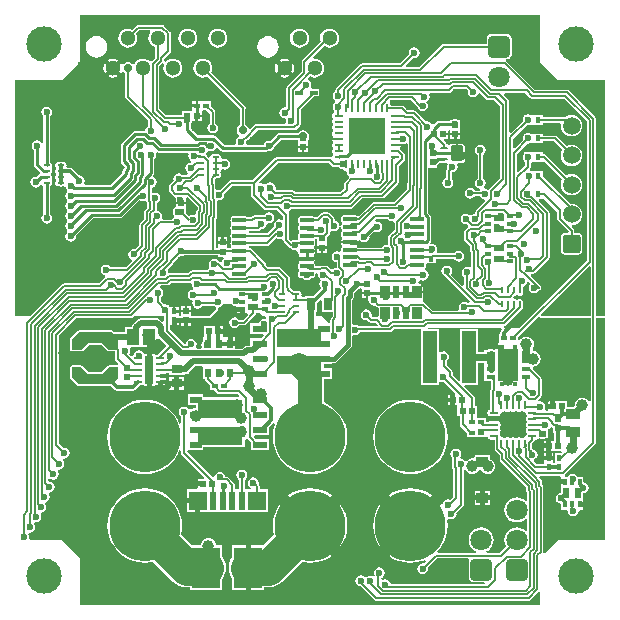
<source format=gbl>
G04*
G04 #@! TF.GenerationSoftware,Altium Limited,Altium Designer,18.0.9 (584)*
G04*
G04 Layer_Physical_Order=2*
G04 Layer_Color=16711680*
%FSLAX25Y25*%
%MOIN*%
G70*
G01*
G75*
%ADD10C,0.01968*%
%ADD12C,0.02362*%
%ADD13C,0.00984*%
%ADD15C,0.00787*%
%ADD24O,0.04724X0.01575*%
%ADD26O,0.00984X0.02559*%
%ADD27R,0.03347X0.04134*%
%ADD28R,0.02362X0.04134*%
%ADD29R,0.04921X0.03347*%
%ADD32R,0.02756X0.01181*%
%ADD34R,0.03937X0.03543*%
%ADD37R,0.03543X0.03150*%
%ADD38R,0.02205X0.02047*%
%ADD39R,0.01772X0.01968*%
%ADD40R,0.02047X0.02205*%
%ADD42R,0.01968X0.01772*%
%ADD44O,0.02559X0.00984*%
%ADD81C,0.02362*%
%ADD82C,0.00591*%
%ADD83C,0.01181*%
%ADD85C,0.01575*%
%ADD86C,0.11811*%
%ADD87C,0.07087*%
G04:AMPARAMS|DCode=88|XSize=70.87mil|YSize=70.87mil|CornerRadius=8.86mil|HoleSize=0mil|Usage=FLASHONLY|Rotation=270.000|XOffset=0mil|YOffset=0mil|HoleType=Round|Shape=RoundedRectangle|*
%AMROUNDEDRECTD88*
21,1,0.07087,0.05315,0,0,270.0*
21,1,0.05315,0.07087,0,0,270.0*
1,1,0.01772,-0.02657,-0.02657*
1,1,0.01772,-0.02657,0.02657*
1,1,0.01772,0.02657,0.02657*
1,1,0.01772,0.02657,-0.02657*
%
%ADD88ROUNDEDRECTD88*%
%ADD89C,0.23622*%
G04:AMPARAMS|DCode=90|XSize=59.06mil|YSize=59.06mil|CornerRadius=7.38mil|HoleSize=0mil|Usage=FLASHONLY|Rotation=90.000|XOffset=0mil|YOffset=0mil|HoleType=Round|Shape=RoundedRectangle|*
%AMROUNDEDRECTD90*
21,1,0.05906,0.04429,0,0,90.0*
21,1,0.04429,0.05906,0,0,90.0*
1,1,0.01476,0.02215,0.02215*
1,1,0.01476,0.02215,-0.02215*
1,1,0.01476,-0.02215,-0.02215*
1,1,0.01476,-0.02215,0.02215*
%
%ADD90ROUNDEDRECTD90*%
%ADD91C,0.05906*%
%ADD92C,0.05118*%
%ADD93C,0.11811*%
%ADD94C,0.03937*%
%ADD95C,0.02756*%
G04:AMPARAMS|DCode=96|XSize=9.84mil|YSize=27.56mil|CornerRadius=2.46mil|HoleSize=0mil|Usage=FLASHONLY|Rotation=90.000|XOffset=0mil|YOffset=0mil|HoleType=Round|Shape=RoundedRectangle|*
%AMROUNDEDRECTD96*
21,1,0.00984,0.02264,0,0,90.0*
21,1,0.00492,0.02756,0,0,90.0*
1,1,0.00492,0.01132,0.00246*
1,1,0.00492,0.01132,-0.00246*
1,1,0.00492,-0.01132,-0.00246*
1,1,0.00492,-0.01132,0.00246*
%
%ADD96ROUNDEDRECTD96*%
G04:AMPARAMS|DCode=97|XSize=53.15mil|YSize=39.37mil|CornerRadius=3.94mil|HoleSize=0mil|Usage=FLASHONLY|Rotation=90.000|XOffset=0mil|YOffset=0mil|HoleType=Round|Shape=RoundedRectangle|*
%AMROUNDEDRECTD97*
21,1,0.05315,0.03150,0,0,90.0*
21,1,0.04528,0.03937,0,0,90.0*
1,1,0.00787,0.01575,0.02264*
1,1,0.00787,0.01575,-0.02264*
1,1,0.00787,-0.01575,-0.02264*
1,1,0.00787,-0.01575,0.02264*
%
%ADD97ROUNDEDRECTD97*%
%ADD98R,0.15000X0.06496*%
%ADD99R,0.04016X0.02402*%
%ADD100R,0.05000X0.02402*%
%ADD101O,0.03150X0.00984*%
%ADD102O,0.00984X0.03150*%
%ADD103R,0.12402X0.12402*%
%ADD104R,0.02520X0.09409*%
%ADD105R,0.02756X0.00984*%
%ADD106R,0.08071X0.08071*%
%ADD107R,0.05906X0.06299*%
%ADD108R,0.01968X0.06299*%
%ADD109R,0.09449X0.13701*%
%ADD110R,0.03150X0.04291*%
%ADD111R,0.07047X0.11024*%
%ADD112R,0.03150X0.01378*%
%ADD113R,0.01181X0.01575*%
%ADD114R,0.03543X0.02461*%
%ADD115R,0.02362X0.01181*%
%ADD116R,0.07874X0.02362*%
%ADD117R,0.03032X0.03858*%
%ADD118R,0.04646X0.17323*%
%ADD119R,0.01772X0.01968*%
%ADD120R,0.04331X0.05315*%
%ADD121R,0.02165X0.02953*%
%ADD122R,0.02461X0.03543*%
%ADD123R,0.01181X0.02362*%
%ADD124C,0.01378*%
%ADD125C,0.07874*%
G36*
X151037Y171603D02*
X150950Y171161D01*
X151087Y170470D01*
X151479Y169884D01*
X152065Y169493D01*
X152756Y169355D01*
X153447Y169493D01*
X154033Y169884D01*
X154425Y170470D01*
X154435Y170522D01*
X155076Y170717D01*
X157140Y168653D01*
X157433Y168457D01*
X157779Y168388D01*
X159862D01*
X161794Y166457D01*
Y142371D01*
X158031Y138608D01*
X157838Y138320D01*
X157293Y138683D01*
X156602Y138821D01*
X156577Y138816D01*
X156346Y139372D01*
X156494Y139471D01*
X156885Y140057D01*
X157023Y140748D01*
X156885Y141439D01*
X156494Y142025D01*
X156120Y142275D01*
Y150146D01*
X156494Y150396D01*
X156885Y150982D01*
X157023Y151673D01*
X156885Y152365D01*
X156494Y152951D01*
X155908Y153342D01*
X155217Y153480D01*
X154525Y153342D01*
X153939Y152951D01*
X153548Y152365D01*
X153410Y151673D01*
X153548Y150982D01*
X153939Y150396D01*
X154313Y150146D01*
Y142275D01*
X153939Y142025D01*
X153548Y141439D01*
X153410Y140748D01*
X153548Y140057D01*
X153939Y139471D01*
X154525Y139079D01*
X154758Y139033D01*
X155022Y138378D01*
X154907Y138213D01*
X153405D01*
X153155Y138587D01*
X152569Y138979D01*
X151877Y139116D01*
X151186Y138979D01*
X150600Y138587D01*
X150209Y138001D01*
X150071Y137310D01*
X150209Y136619D01*
X150600Y136033D01*
X151186Y135641D01*
X151877Y135503D01*
X152569Y135641D01*
X153155Y136033D01*
X153405Y136407D01*
X154917D01*
X154933Y136323D01*
X155325Y135737D01*
X155911Y135346D01*
X156411Y135246D01*
X156638Y134726D01*
X156644Y134644D01*
X153810Y131810D01*
X153614Y131517D01*
X153546Y131171D01*
Y130629D01*
X153452Y130553D01*
X152761Y130415D01*
X152391Y130168D01*
X151976Y130070D01*
X151561Y130168D01*
X151191Y130415D01*
X150499Y130553D01*
X149808Y130415D01*
X149222Y130024D01*
X148831Y129438D01*
X148693Y128746D01*
X148831Y128055D01*
X149222Y127469D01*
X149808Y127078D01*
X150499Y126940D01*
X150612Y126962D01*
X150988Y126653D01*
X151018Y125986D01*
X149952Y124920D01*
X149756Y124627D01*
X149687Y124281D01*
Y122077D01*
X149756Y121731D01*
X149952Y121438D01*
X151754Y119636D01*
Y118340D01*
X151823Y117994D01*
X152019Y117701D01*
X152085Y117634D01*
Y112909D01*
X151495Y112593D01*
X151486Y112600D01*
X150795Y112737D01*
X150103Y112600D01*
X149518Y112208D01*
X149126Y111622D01*
X148988Y110931D01*
X149126Y110239D01*
X149518Y109653D01*
X149695Y109535D01*
Y106685D01*
X149149Y106459D01*
X145391Y110217D01*
X145665Y110628D01*
X145802Y111319D01*
X145665Y112010D01*
X145273Y112596D01*
X144687Y112988D01*
X143996Y113125D01*
X143305Y112988D01*
X142719Y112596D01*
X142327Y112010D01*
X142190Y111319D01*
X142327Y110628D01*
X142719Y110042D01*
X143305Y109650D01*
X143428Y109626D01*
X151802Y101252D01*
X151576Y100706D01*
X151002D01*
X150593Y100980D01*
X149902Y101117D01*
X149210Y100980D01*
X148624Y100588D01*
X148233Y100002D01*
X148095Y99311D01*
X148209Y98738D01*
X147892Y98147D01*
X139324D01*
X136635Y100836D01*
X136343Y101031D01*
X136084Y101083D01*
X136142Y101673D01*
X136221D01*
Y103937D01*
X133957D01*
Y104724D01*
X136221D01*
Y106988D01*
X134857D01*
X134568Y107579D01*
X134687Y108175D01*
X135220Y108521D01*
X135437Y108376D01*
X136129Y108238D01*
X136820Y108376D01*
X137406Y108767D01*
X137798Y109353D01*
X137935Y110045D01*
X137798Y110736D01*
X137406Y111322D01*
X136820Y111714D01*
X136705Y111737D01*
X136580Y112363D01*
X136623Y112392D01*
X136928Y112848D01*
X137035Y113386D01*
X137011Y113507D01*
X137520Y113976D01*
X140256D01*
Y115441D01*
X146413D01*
X146663Y115067D01*
X147249Y114675D01*
X147940Y114538D01*
X148632Y114675D01*
X149218Y115067D01*
X149609Y115653D01*
X149747Y116344D01*
X149609Y117035D01*
X149218Y117622D01*
X148632Y118013D01*
X147940Y118151D01*
X147249Y118013D01*
X146663Y117622D01*
X146413Y117247D01*
X141010D01*
X140695Y117838D01*
X140744Y117911D01*
X140881Y118602D01*
X140744Y119294D01*
X140352Y119880D01*
X140256Y119944D01*
Y120079D01*
X140054D01*
X139766Y120271D01*
X139075Y120409D01*
X138669Y120328D01*
X138378Y120872D01*
X138379Y120873D01*
X138618Y121231D01*
X138702Y121653D01*
Y129416D01*
X138618Y129839D01*
X138379Y130197D01*
X137861Y130715D01*
Y145886D01*
X138701D01*
X139272Y145772D01*
X139842Y145886D01*
X140886D01*
Y146806D01*
X140940Y146888D01*
X140970Y147034D01*
X141454Y147518D01*
X142913D01*
X142938Y147523D01*
X144012D01*
X144094Y147439D01*
X144362Y146984D01*
X144208Y146754D01*
X144071Y146063D01*
X144159Y145622D01*
X144046Y145510D01*
X143851Y145217D01*
X143782Y144871D01*
Y142453D01*
X143600Y142417D01*
X143014Y142025D01*
X142622Y141439D01*
X142485Y140748D01*
X142622Y140057D01*
X143014Y139471D01*
X143600Y139079D01*
X144291Y138942D01*
X144983Y139079D01*
X145569Y139471D01*
X145960Y140057D01*
X146098Y140748D01*
X145960Y141439D01*
X145588Y141996D01*
Y144019D01*
X145877Y144257D01*
X146569Y144394D01*
X147154Y144786D01*
X147546Y145372D01*
X147684Y146063D01*
X147550Y146733D01*
X147538Y146838D01*
X147854Y147323D01*
X149016D01*
X149400Y147400D01*
X149725Y147617D01*
X149943Y147943D01*
X150019Y148327D01*
Y150197D01*
X147441D01*
Y150591D01*
X147047D01*
Y153858D01*
X145866D01*
X145482Y153781D01*
X145187Y153584D01*
X145157Y153564D01*
X144444Y153545D01*
X144372Y153593D01*
X144045Y153658D01*
X143891D01*
X143841Y153913D01*
X143623Y154239D01*
X142935Y154927D01*
X143161Y155472D01*
X144567D01*
Y156693D01*
X142874D01*
Y157480D01*
X144567D01*
Y158196D01*
X145158Y158611D01*
X145236Y158582D01*
Y157520D01*
X146850D01*
X148465D01*
Y160231D01*
X148467Y160244D01*
X148465Y160257D01*
Y161890D01*
X147387D01*
X147352Y161913D01*
X146661Y162050D01*
X145969Y161913D01*
X145935Y161890D01*
X145236D01*
Y161348D01*
X141248D01*
X140825Y161264D01*
X140467Y161025D01*
X139725Y160282D01*
X139047Y160439D01*
X138784Y160832D01*
X138198Y161224D01*
X137507Y161361D01*
X137065Y161274D01*
X133626Y164713D01*
X133333Y164909D01*
X132987Y164978D01*
X130984D01*
X129674Y166288D01*
X129381Y166484D01*
X129035Y166553D01*
X125317D01*
Y166732D01*
X125232Y167155D01*
X124993Y167513D01*
X125016Y168208D01*
X125197Y168388D01*
X132106D01*
X134159Y166336D01*
X134256Y165844D01*
X134648Y165258D01*
X135234Y164867D01*
X135925Y164729D01*
X136617Y164867D01*
X137203Y165258D01*
X137594Y165844D01*
X137732Y166535D01*
X137594Y167227D01*
X137504Y167362D01*
X137209Y167817D01*
X137654Y168118D01*
X137793Y168211D01*
X138185Y168797D01*
X138322Y169488D01*
X138189Y170160D01*
X138175Y170265D01*
X138496Y170750D01*
X144616D01*
X144962Y170819D01*
X145255Y171015D01*
X146467Y172227D01*
X150413D01*
X151037Y171603D01*
D02*
G37*
G36*
X171809Y169145D02*
X172102Y168949D01*
X172448Y168880D01*
X183189D01*
X190731Y161338D01*
Y114941D01*
X168309Y92520D01*
X163132D01*
X163074Y93110D01*
X163332Y93162D01*
X163625Y93357D01*
X168808Y98540D01*
X169088Y98727D01*
X169327Y99085D01*
X169411Y99508D01*
Y101083D01*
X169327Y101505D01*
X169088Y101863D01*
X168729Y102102D01*
X168307Y102187D01*
X167885Y102102D01*
X167736Y102003D01*
X167323Y101909D01*
X166910Y102003D01*
X166761Y102102D01*
X166378Y102179D01*
X166277Y102334D01*
X166106Y102743D01*
X166530Y103166D01*
X166761Y103212D01*
X166910Y103312D01*
X167323Y103405D01*
X167736Y103312D01*
X167885Y103212D01*
X168307Y103128D01*
X168729Y103212D01*
X169088Y103452D01*
X169327Y103810D01*
X169411Y104232D01*
Y105807D01*
X169330Y106213D01*
X169786Y106304D01*
X170372Y106695D01*
X170763Y107281D01*
X170822Y107577D01*
X171463Y107772D01*
X171871Y107364D01*
X171853Y107183D01*
X171461Y106597D01*
X171324Y105905D01*
X171461Y105214D01*
X171853Y104628D01*
X172439Y104237D01*
X173130Y104099D01*
X173821Y104237D01*
X174407Y104628D01*
X174665Y105014D01*
X174952Y105071D01*
X175245Y105267D01*
X175441Y105560D01*
X175510Y105905D01*
X175441Y106251D01*
X175245Y106544D01*
X171991Y109798D01*
X171998Y109821D01*
X172230Y110394D01*
X172418Y110520D01*
X172840D01*
X173186Y110588D01*
X173479Y110784D01*
X178001Y115306D01*
X178197Y115599D01*
X178265Y115945D01*
Y130897D01*
X178197Y131242D01*
X178001Y131535D01*
X174649Y134888D01*
X174875Y135433D01*
X175984D01*
Y135433D01*
X176575Y135534D01*
X180888Y131220D01*
Y128725D01*
X180957Y128379D01*
X181153Y128086D01*
X184607Y124632D01*
X184437Y124042D01*
X183415D01*
X182897Y123939D01*
X182457Y123645D01*
X182164Y123205D01*
X182061Y122687D01*
Y118258D01*
X182164Y117739D01*
X182457Y117300D01*
X182897Y117006D01*
X183415Y116903D01*
X187845D01*
X188363Y117006D01*
X188803Y117300D01*
X189096Y117739D01*
X189199Y118258D01*
Y122687D01*
X189096Y123205D01*
X188803Y123645D01*
X188363Y123939D01*
X187845Y124042D01*
X186533D01*
Y124886D01*
X186533Y124886D01*
X186464Y125232D01*
X186269Y125525D01*
X186268Y125525D01*
X185613Y126181D01*
X185858Y126771D01*
X186555Y126863D01*
X187417Y127220D01*
X188157Y127788D01*
X188725Y128528D01*
X189082Y129390D01*
X189204Y130315D01*
X189082Y131240D01*
X188725Y132102D01*
X188157Y132842D01*
X187417Y133410D01*
X186555Y133767D01*
X185630Y133889D01*
X185166Y133828D01*
X175984Y143010D01*
Y144783D01*
X173031D01*
Y144783D01*
X172638D01*
X172332Y144848D01*
X172156Y144885D01*
X172094Y144897D01*
X171881Y144939D01*
X171687Y145580D01*
X171702Y145594D01*
X171897Y145887D01*
X171966Y146233D01*
Y147417D01*
X172384Y147835D01*
X173031Y147835D01*
X173228Y147835D01*
X175984D01*
Y147835D01*
X176575Y147935D01*
X182548Y141962D01*
X182535Y141944D01*
X182178Y141083D01*
X182056Y140157D01*
X182178Y139233D01*
X182535Y138371D01*
X183103Y137630D01*
X183843Y137062D01*
X184705Y136705D01*
X185630Y136584D01*
X186555Y136705D01*
X187417Y137062D01*
X188157Y137630D01*
X188725Y138371D01*
X189082Y139233D01*
X189204Y140157D01*
X189082Y141083D01*
X188725Y141944D01*
X188157Y142685D01*
X187417Y143253D01*
X186555Y143610D01*
X185630Y143731D01*
X184705Y143610D01*
X183843Y143253D01*
X183826Y143239D01*
X177017Y150048D01*
X176724Y150244D01*
X176378Y150313D01*
X175984D01*
Y150984D01*
X173228D01*
X172638Y150984D01*
X172441Y150984D01*
X171895D01*
X171754Y151078D01*
X171063Y151216D01*
X170372Y151078D01*
X170231Y150984D01*
X169685D01*
Y150536D01*
X169394Y150101D01*
X169257Y149409D01*
X169394Y148718D01*
X169685Y148283D01*
Y147835D01*
X170160D01*
Y146607D01*
X167796Y144243D01*
X167250Y144469D01*
Y150422D01*
X170720Y153892D01*
X171161Y153804D01*
X171853Y153941D01*
X171994Y154035D01*
X173031Y154035D01*
X173228Y154035D01*
X175984D01*
Y154707D01*
X179646D01*
X182548Y151804D01*
X182535Y151787D01*
X182178Y150925D01*
X182056Y150000D01*
X182178Y149075D01*
X182535Y148213D01*
X183103Y147473D01*
X183843Y146905D01*
X184705Y146548D01*
X185630Y146426D01*
X186555Y146548D01*
X187417Y146905D01*
X188157Y147473D01*
X188725Y148213D01*
X189082Y149075D01*
X189204Y150000D01*
X189082Y150925D01*
X188725Y151787D01*
X188157Y152527D01*
X187417Y153095D01*
X186555Y153452D01*
X185630Y153574D01*
X184705Y153452D01*
X183843Y153095D01*
X183826Y153082D01*
X180658Y156249D01*
X180365Y156445D01*
X180020Y156513D01*
X175984D01*
Y157185D01*
X173228D01*
X172638Y157185D01*
X172441Y157185D01*
X171994D01*
X171853Y157279D01*
X171161Y157417D01*
X170470Y157279D01*
X170329Y157185D01*
X169685D01*
Y156590D01*
X169493Y156301D01*
X169355Y155610D01*
X169443Y155169D01*
X166615Y152341D01*
X166069Y152567D01*
Y155540D01*
X170622Y160092D01*
X171063Y160005D01*
X171754Y160142D01*
X171895Y160236D01*
X173031Y160236D01*
X173228Y160236D01*
X175984D01*
Y160908D01*
X181629D01*
X182119Y160317D01*
X182056Y159843D01*
X182178Y158917D01*
X182535Y158056D01*
X183103Y157315D01*
X183843Y156747D01*
X184705Y156390D01*
X185630Y156269D01*
X186555Y156390D01*
X187417Y156747D01*
X188157Y157315D01*
X188725Y158056D01*
X189082Y158917D01*
X189204Y159843D01*
X189082Y160767D01*
X188725Y161629D01*
X188157Y162370D01*
X187417Y162938D01*
X186555Y163295D01*
X185630Y163416D01*
X184705Y163295D01*
X183843Y162938D01*
X183552Y162714D01*
X175984D01*
Y163386D01*
X173228D01*
X172638Y163386D01*
X172441Y163386D01*
X171895D01*
X171754Y163480D01*
X171063Y163617D01*
X170372Y163480D01*
X170231Y163386D01*
X169685D01*
Y162938D01*
X169394Y162502D01*
X169257Y161811D01*
X169344Y161370D01*
X165327Y157352D01*
X164781Y157578D01*
Y168110D01*
X164781Y168110D01*
X164712Y168456D01*
X164517Y168749D01*
X164517Y168749D01*
X163061Y170205D01*
X163287Y170750D01*
X170204D01*
X171809Y169145D01*
D02*
G37*
G36*
X47545Y150948D02*
X47968Y150864D01*
X57634D01*
X57952Y150274D01*
X57839Y149704D01*
X57977Y149013D01*
X58368Y148427D01*
X58565Y148296D01*
X58691Y147933D01*
X58667Y147552D01*
X58663Y147544D01*
X58560Y147455D01*
X57970Y147338D01*
X57384Y146946D01*
X56992Y146360D01*
X56855Y145669D01*
X56992Y144978D01*
X57384Y144392D01*
X57870Y144067D01*
X57891Y143997D01*
X57576Y143423D01*
X55887D01*
X55320Y143802D01*
X54629Y143939D01*
X53937Y143802D01*
X53351Y143410D01*
X52960Y142824D01*
X52822Y142133D01*
X52910Y141692D01*
X51628Y140409D01*
X51432Y140116D01*
X51363Y139771D01*
Y138324D01*
X51432Y137978D01*
X51628Y137685D01*
X52839Y136475D01*
X53132Y136279D01*
X53477Y136210D01*
X53898Y135807D01*
Y134508D01*
X57126D01*
Y135722D01*
X57604Y136079D01*
X60911Y132772D01*
Y131808D01*
X60683Y131580D01*
X60487Y131287D01*
X60419Y130942D01*
Y130461D01*
X59828Y130143D01*
X59255Y130257D01*
X58564Y130120D01*
X58138Y129836D01*
X57126Y130848D01*
Y133721D01*
X53898D01*
Y132907D01*
X53741Y132876D01*
X53154Y132484D01*
X52763Y131898D01*
X52625Y131207D01*
X52763Y130516D01*
X53111Y129995D01*
X53143Y129864D01*
X53043Y129294D01*
X52662Y129039D01*
X52342Y128561D01*
X49259D01*
X48942Y129151D01*
X49056Y129724D01*
X48919Y130416D01*
X48527Y131002D01*
X47941Y131393D01*
X47250Y131531D01*
X47254Y131717D01*
X47261Y131756D01*
Y134029D01*
X47445Y134066D01*
X48031Y134458D01*
X48423Y135044D01*
X48561Y135735D01*
X48423Y136426D01*
X48031Y137012D01*
X47445Y137404D01*
X46754Y137541D01*
X46179Y137427D01*
X45773Y137644D01*
X45588Y137797D01*
Y139240D01*
X46262Y139374D01*
X46848Y139766D01*
X47240Y140352D01*
X47377Y141043D01*
X47240Y141735D01*
X46848Y142321D01*
X46365Y142643D01*
X46273Y142800D01*
X46222Y142974D01*
X46166Y143333D01*
X46295Y143527D01*
X46379Y143949D01*
Y148607D01*
X46553Y148722D01*
X46944Y149308D01*
X47082Y150000D01*
X46956Y150632D01*
X47084Y150786D01*
X47432Y151024D01*
X47545Y150948D01*
D02*
G37*
G36*
X105681Y146345D02*
X106006Y146127D01*
X106391Y146051D01*
X108092D01*
X108275Y145777D01*
X108861Y145386D01*
X109543Y145250D01*
X109652Y145086D01*
X110011Y144846D01*
X110433Y144762D01*
X110677Y144209D01*
X110738Y143902D01*
X111130Y143316D01*
X111303Y143201D01*
X111364Y142985D01*
X111337Y142468D01*
X109972Y141103D01*
X109776Y140810D01*
X109707Y140464D01*
Y138944D01*
X108444Y137681D01*
X93603D01*
X93134Y138150D01*
X92841Y138346D01*
X92495Y138414D01*
X87269D01*
X86880Y138850D01*
X86944Y139173D01*
X86807Y139865D01*
X86415Y140451D01*
X85829Y140842D01*
X85138Y140980D01*
X84447Y140842D01*
X83860Y140451D01*
X83842Y140422D01*
X83080Y140345D01*
X82778Y140547D01*
X82087Y140684D01*
X81750Y140617D01*
X81459Y141162D01*
X87719Y147422D01*
X104604D01*
X105681Y146345D01*
D02*
G37*
G36*
X78623Y136811D02*
X78699Y136427D01*
X78916Y136101D01*
X82945Y132073D01*
X83271Y131855D01*
X83655Y131779D01*
X87482D01*
X89552Y129709D01*
Y128711D01*
X88961Y128395D01*
X88885Y128447D01*
X88193Y128584D01*
X87502Y128447D01*
X86916Y128055D01*
X86524Y127469D01*
X86387Y126778D01*
X86475Y126337D01*
X84269Y124132D01*
X77969D01*
X77925Y124195D01*
X78237Y124786D01*
X81014D01*
X81360Y124855D01*
X81653Y125050D01*
X82004Y125402D01*
X82189Y125365D01*
X82880Y125503D01*
X83466Y125894D01*
X83858Y126480D01*
X83995Y127172D01*
X84537Y127474D01*
X84748Y127432D01*
X85439Y127570D01*
X86026Y127961D01*
X86417Y128547D01*
X86555Y129239D01*
X86417Y129930D01*
X86026Y130516D01*
X85439Y130907D01*
X84748Y131045D01*
X84057Y130907D01*
X83471Y130516D01*
X83221Y130142D01*
X79994D01*
X79648Y130073D01*
X79355Y129877D01*
X78734Y129256D01*
X77428D01*
X77371Y129340D01*
X76916Y129645D01*
X76378Y129751D01*
X73228D01*
X72691Y129645D01*
X72235Y129340D01*
X71930Y128884D01*
X71823Y128347D01*
X71930Y127809D01*
X72171Y127448D01*
X72229Y127067D01*
X72171Y126685D01*
X71930Y126325D01*
X71823Y125787D01*
X71930Y125250D01*
X72235Y124794D01*
Y124222D01*
X71930Y123766D01*
X71823Y123228D01*
X71930Y122691D01*
X72235Y122235D01*
Y121663D01*
X71930Y121207D01*
X71823Y120669D01*
X71930Y120132D01*
X72216Y119704D01*
X72183Y119544D01*
X72013Y119114D01*
X70906D01*
Y120531D01*
X69291D01*
X67677D01*
Y119059D01*
X66947D01*
Y125624D01*
X66949Y125638D01*
Y128611D01*
X67177Y128838D01*
X67177Y128838D01*
X67373Y129131D01*
X67441Y129477D01*
X67441Y129477D01*
Y134562D01*
X67898Y134936D01*
X68015Y134913D01*
X68706Y135050D01*
X69292Y135442D01*
X69684Y136028D01*
X69822Y136719D01*
X69758Y137039D01*
X72463Y139744D01*
X78623D01*
Y136811D01*
D02*
G37*
G36*
X130932Y153744D02*
Y141067D01*
X130760Y140810D01*
X130691Y140464D01*
Y138760D01*
X126299Y134368D01*
X119589D01*
X119244Y134299D01*
X118951Y134103D01*
X114748Y129900D01*
X114182Y129734D01*
X113727Y130038D01*
X113189Y130145D01*
X110039D01*
X109502Y130038D01*
X109046Y129734D01*
X108741Y129278D01*
X108634Y128740D01*
X108741Y128202D01*
X109046Y127747D01*
Y127174D01*
X108741Y126719D01*
X108671Y126365D01*
X108111Y126384D01*
X107973Y127075D01*
X107582Y127661D01*
X106996Y128053D01*
X106617Y128128D01*
Y128815D01*
X106548Y129161D01*
X106352Y129454D01*
X105142Y130665D01*
X104849Y130860D01*
X104503Y130929D01*
X102791D01*
X102445Y130860D01*
X102152Y130665D01*
X100737Y129250D01*
X99873D01*
X99812Y129340D01*
X99357Y129645D01*
X98819Y129751D01*
X95669D01*
X95132Y129645D01*
X94676Y129340D01*
X94371Y128884D01*
X94264Y128347D01*
X94371Y127809D01*
X94612Y127448D01*
X94670Y127067D01*
X94612Y126685D01*
X94371Y126325D01*
X94264Y125787D01*
X94371Y125250D01*
X94676Y124794D01*
Y124222D01*
X94371Y123766D01*
X94264Y123228D01*
X94371Y122691D01*
X94441Y122586D01*
X94279Y121859D01*
X94097Y121748D01*
X93405Y121885D01*
X92714Y121748D01*
X92193Y121399D01*
X91555Y122037D01*
Y122906D01*
X91559Y122928D01*
Y130125D01*
X91483Y130509D01*
X91265Y130834D01*
X91261Y130839D01*
X91454Y131481D01*
X91938Y131805D01*
X92188Y132179D01*
X111918D01*
X112263Y132247D01*
X112556Y132443D01*
X115726Y135613D01*
X122438D01*
X122784Y135681D01*
X123077Y135877D01*
X127706Y140506D01*
X127901Y140799D01*
X127970Y141145D01*
Y146378D01*
X129772Y148180D01*
X129968Y148473D01*
X130037Y148819D01*
Y149980D01*
X129968Y150326D01*
X129772Y150619D01*
X128822Y151570D01*
X128776Y151800D01*
X128536Y152158D01*
Y152566D01*
X128776Y152924D01*
X128860Y153347D01*
X129304Y153688D01*
X129387Y153723D01*
X130028Y153850D01*
X130342Y154060D01*
X130932Y153744D01*
D02*
G37*
G36*
X124609Y128447D02*
X125195Y128056D01*
X125886Y127918D01*
X126087Y127958D01*
X126127Y127951D01*
X126662Y127470D01*
Y125150D01*
X126658Y125146D01*
X124755Y123244D01*
X124559Y122951D01*
X124490Y122605D01*
Y120491D01*
X124034Y120117D01*
X124022Y120119D01*
X123330Y119982D01*
X122745Y119590D01*
X122494Y119216D01*
X114370D01*
X114182Y119497D01*
Y120070D01*
X114487Y120525D01*
X114516Y120669D01*
X111614D01*
X108713D01*
X108741Y120525D01*
X109046Y120070D01*
Y119497D01*
X108741Y119042D01*
X108634Y118504D01*
X108700Y118173D01*
X108197Y117799D01*
X108172Y117816D01*
X107480Y117954D01*
X106789Y117816D01*
X106203Y117425D01*
X105811Y116839D01*
X105674Y116147D01*
X105811Y115456D01*
X106203Y114870D01*
X106789Y114479D01*
X107271Y114383D01*
Y112672D01*
X107289Y112442D01*
X106597Y112304D01*
X106011Y111913D01*
X105332Y111959D01*
X104349Y112942D01*
X104056Y113138D01*
X103710Y113206D01*
X101998D01*
X101653Y113138D01*
X101461Y113010D01*
X100220D01*
X100117Y113530D01*
X99812Y113986D01*
Y114558D01*
X100117Y115014D01*
X100145Y115157D01*
X97244D01*
X94343D01*
X94371Y115014D01*
X94676Y114558D01*
Y113986D01*
X94371Y113530D01*
X94264Y112992D01*
X94371Y112454D01*
X94676Y111999D01*
Y111426D01*
X94371Y110971D01*
X94264Y110433D01*
X94371Y109895D01*
X94676Y109440D01*
X95132Y109135D01*
X95669Y109028D01*
X96117D01*
X96164Y108959D01*
X96750Y108567D01*
X97441Y108430D01*
X98132Y108567D01*
X98718Y108959D01*
X98764Y109028D01*
X98819D01*
X99357Y109135D01*
X99812Y109440D01*
X100117Y109895D01*
X100224Y110433D01*
X100633Y110689D01*
X101048Y110236D01*
X101186Y109545D01*
X101577Y108959D01*
X101693Y108881D01*
X102069Y108462D01*
X101678Y107876D01*
X101540Y107185D01*
X101678Y106494D01*
X102069Y105908D01*
X101995Y105332D01*
X99576Y102913D01*
X96653D01*
Y102775D01*
X95856D01*
X95525Y103291D01*
X95518Y103366D01*
X95592Y103740D01*
X95508Y104163D01*
X95269Y104521D01*
X94911Y104760D01*
X94488Y104844D01*
X93032D01*
X92187Y105689D01*
X92167Y105786D01*
X91950Y106112D01*
X91657Y106404D01*
Y109066D01*
X91581Y109450D01*
X91363Y109775D01*
X88711Y112427D01*
X88386Y112645D01*
X88002Y112721D01*
X84563D01*
X83882Y113402D01*
Y113491D01*
X83805Y113875D01*
X83588Y114201D01*
X78969Y118820D01*
X78643Y119037D01*
X78259Y119114D01*
X78240D01*
X77926Y119704D01*
X77962Y119759D01*
X77981Y119766D01*
X84153D01*
X84499Y119835D01*
X84792Y120031D01*
X87230Y122469D01*
X87699Y122156D01*
X88390Y122019D01*
X88957Y122131D01*
X89548Y121811D01*
Y121622D01*
X89624Y121238D01*
X89842Y120912D01*
X91385Y119369D01*
X91710Y119152D01*
X91922Y119109D01*
X92128Y118801D01*
X92714Y118410D01*
X93405Y118272D01*
X93706Y118332D01*
X94210Y118132D01*
X94307Y117895D01*
X94371Y117573D01*
X94676Y117117D01*
Y116545D01*
X94371Y116089D01*
X94343Y115945D01*
X97244D01*
X100145D01*
X100117Y116089D01*
X99812Y116545D01*
Y117117D01*
X100117Y117573D01*
X100145Y117717D01*
X97244D01*
Y118504D01*
X100145D01*
X100117Y118648D01*
X99812Y119104D01*
Y119676D01*
X100117Y120132D01*
X100224Y120669D01*
X100117Y121207D01*
X99959Y121443D01*
X100239Y122034D01*
X100847D01*
Y119626D01*
X104075D01*
Y122640D01*
X104876Y123441D01*
X105072Y123734D01*
X105140Y124080D01*
Y124375D01*
X105731Y124692D01*
X106304Y124578D01*
X106996Y124715D01*
X107582Y125107D01*
X107973Y125693D01*
X108074Y126201D01*
X108634Y126181D01*
X108741Y125644D01*
X109046Y125188D01*
Y124616D01*
X108741Y124160D01*
X108634Y123622D01*
X108741Y123084D01*
X109046Y122629D01*
Y122056D01*
X108741Y121601D01*
X108713Y121457D01*
X111614D01*
X114516D01*
X114511Y121480D01*
X115067Y121710D01*
X115165Y121563D01*
X115751Y121172D01*
X116443Y121034D01*
X117134Y121172D01*
X117720Y121563D01*
X118112Y122149D01*
X118249Y122841D01*
X118208Y123045D01*
X119777Y124614D01*
X120076Y124414D01*
X120768Y124276D01*
X121459Y124414D01*
X122045Y124805D01*
X122437Y125391D01*
X122574Y126083D01*
X122437Y126774D01*
X122045Y127360D01*
X121459Y127752D01*
X120768Y127889D01*
X120254Y127787D01*
X119963Y128331D01*
X120453Y128821D01*
X124359D01*
X124609Y128447D01*
D02*
G37*
G36*
X67677Y116161D02*
X69535D01*
X69714Y115571D01*
X69396Y115358D01*
X69004Y114772D01*
X68939Y114443D01*
X68788Y114398D01*
X68208Y114378D01*
X67816Y114964D01*
X67230Y115356D01*
X66539Y115493D01*
X65847Y115356D01*
X65261Y114964D01*
X64870Y114378D01*
X64732Y113687D01*
X64870Y112995D01*
X64905Y112943D01*
X64682Y112213D01*
X64372Y112006D01*
X64122Y111632D01*
X59085D01*
X58740Y111563D01*
X58447Y111367D01*
X57825Y110746D01*
X51542D01*
X51222Y111207D01*
X51179Y111425D01*
X50910Y111828D01*
X52678Y113596D01*
X52896Y113921D01*
X52961Y114250D01*
X55098Y116386D01*
X55512Y116304D01*
X56203Y116441D01*
X56515Y116650D01*
X67677D01*
Y116161D01*
D02*
G37*
G36*
X175197Y181102D02*
X181102Y175197D01*
X196850D01*
Y96457D01*
X193718D01*
Y162202D01*
X193649Y162547D01*
X193454Y162840D01*
X184691Y171603D01*
X184398Y171799D01*
X184052Y171868D01*
X173311D01*
X163891Y181288D01*
X163623Y181467D01*
X163614Y181511D01*
X163792Y182058D01*
X164075D01*
X164651Y182172D01*
X165139Y182499D01*
X165465Y182987D01*
X165580Y183563D01*
Y188878D01*
X165465Y189454D01*
X165139Y189942D01*
X164651Y190269D01*
X164075Y190383D01*
X158760D01*
X158184Y190269D01*
X157695Y189942D01*
X157369Y189454D01*
X157255Y188878D01*
Y187124D01*
X142913D01*
X142568Y187055D01*
X142275Y186859D01*
X134862Y179446D01*
X130511D01*
X130285Y179992D01*
X132728Y182435D01*
X133169Y182347D01*
X133861Y182485D01*
X134447Y182876D01*
X134838Y183462D01*
X134976Y184153D01*
X134838Y184845D01*
X134447Y185431D01*
X133861Y185822D01*
X133169Y185960D01*
X132478Y185822D01*
X131892Y185431D01*
X131500Y184845D01*
X131363Y184153D01*
X131451Y183712D01*
X128366Y180628D01*
X115879D01*
X115879Y180628D01*
X115533Y180559D01*
X115241Y180363D01*
X115241Y180363D01*
X107134Y172257D01*
X106938Y171964D01*
X106869Y171618D01*
Y171314D01*
X106495Y171064D01*
X106104Y170478D01*
X105966Y169786D01*
X106104Y169095D01*
X106495Y168509D01*
X106795Y168309D01*
X106796Y167618D01*
X106498Y167419D01*
X106107Y166833D01*
X105969Y166142D01*
X106107Y165451D01*
X106498Y164864D01*
X106553Y164828D01*
X106467Y164209D01*
X106109Y163970D01*
X105870Y163611D01*
X105786Y163189D01*
X105870Y162767D01*
X106109Y162408D01*
Y162001D01*
X105870Y161643D01*
X105786Y161221D01*
X105870Y160798D01*
X105969Y160649D01*
X106063Y160236D01*
X105969Y159823D01*
X105870Y159674D01*
X105786Y159252D01*
X105870Y158829D01*
X105969Y158681D01*
X106063Y158268D01*
X105969Y157855D01*
X105870Y157706D01*
X105786Y157283D01*
X105870Y156861D01*
X106109Y156503D01*
Y156096D01*
X105870Y155737D01*
X105864Y155709D01*
X107972D01*
Y154921D01*
X105864D01*
X105870Y154893D01*
X105969Y154744D01*
X106063Y154331D01*
X105969Y153918D01*
X105870Y153769D01*
X105786Y153347D01*
X105870Y152924D01*
X106109Y152566D01*
Y152158D01*
X105870Y151800D01*
X105786Y151378D01*
X105870Y150955D01*
X105969Y150807D01*
X106063Y150394D01*
X105969Y149981D01*
X105870Y149832D01*
X105856Y149761D01*
X105453Y149397D01*
X105225Y149388D01*
X105020Y149429D01*
X87303D01*
X86919Y149352D01*
X86594Y149135D01*
X79210Y141752D01*
X72047D01*
X71663Y141675D01*
X71338Y141458D01*
X68341Y138461D01*
X68015Y138526D01*
X67442Y138412D01*
X66851Y138729D01*
Y140279D01*
X66783Y140625D01*
X66750Y140674D01*
Y142047D01*
X67102Y142400D01*
X67716D01*
X68139Y142484D01*
X68497Y142723D01*
X68736Y143081D01*
X68820Y143504D01*
X68736Y143926D01*
X68637Y144075D01*
X68543Y144488D01*
X68637Y144901D01*
X68736Y145050D01*
X69385Y145282D01*
X69388Y145280D01*
X70079Y145142D01*
X70770Y145280D01*
X71356Y145671D01*
X71748Y146258D01*
X71885Y146949D01*
X71748Y147640D01*
X71356Y148226D01*
X70770Y148618D01*
X70079Y148755D01*
X69388Y148618D01*
X68784Y148912D01*
X68753Y148960D01*
X68746Y149035D01*
X68820Y149409D01*
X68736Y149832D01*
X68497Y150190D01*
X68139Y150429D01*
X67716Y150513D01*
X66142D01*
X65719Y150429D01*
X65361Y150190D01*
X65122Y149832D01*
X65046Y149449D01*
X64890Y149348D01*
X64482Y149177D01*
X64058Y149601D01*
X64012Y149832D01*
X63994Y149859D01*
X63735Y150396D01*
X64127Y150982D01*
X64153Y151112D01*
X64663Y151481D01*
X65354Y151343D01*
X66046Y151481D01*
X66632Y151872D01*
X66954Y152355D01*
X67597Y152547D01*
X68661Y151483D01*
X69019Y151244D01*
X69442Y151160D01*
X83760D01*
X84182Y151244D01*
X84403Y151391D01*
X84645Y151343D01*
X85337Y151480D01*
X85923Y151872D01*
X86314Y152458D01*
X86402Y152899D01*
X88698Y155195D01*
X94433D01*
X94449Y155171D01*
Y153189D01*
X96063D01*
X97677D01*
Y155172D01*
X97917Y155531D01*
X98070Y156299D01*
X97917Y157067D01*
X97677Y157426D01*
Y157559D01*
X97588D01*
X97482Y157718D01*
X96831Y158153D01*
X96063Y158306D01*
X95295Y158153D01*
X94644Y157718D01*
X94537Y157559D01*
X94449D01*
Y157427D01*
X94433Y157403D01*
X88240D01*
X87818Y157319D01*
X87460Y157080D01*
X85222Y154841D01*
X84645Y154956D01*
X83954Y154818D01*
X83368Y154427D01*
X82977Y153841D01*
X82883Y153368D01*
X77406D01*
X77087Y153958D01*
X77200Y154527D01*
X77347Y154978D01*
X77672Y155196D01*
X80922Y158445D01*
X90664D01*
X90845Y158325D01*
X91229Y158248D01*
X93023D01*
X93407Y158325D01*
X93732Y158542D01*
X95001Y159810D01*
X95218Y160136D01*
X95295Y160520D01*
Y165135D01*
X99844Y169685D01*
X101575D01*
Y172047D01*
X99033D01*
X98716Y172635D01*
X98854Y173327D01*
X98716Y174018D01*
X98325Y174604D01*
X97837Y174930D01*
X97643Y175571D01*
X98369Y176297D01*
X99119Y175987D01*
X99941Y175878D01*
X100763Y175987D01*
X101529Y176304D01*
X102187Y176809D01*
X102692Y177467D01*
X103009Y178233D01*
X103118Y179055D01*
X103009Y179877D01*
X102692Y180643D01*
X102187Y181301D01*
X101529Y181806D01*
X100763Y182124D01*
X99941Y182232D01*
X99662Y182195D01*
X99386Y182755D01*
X103117Y186485D01*
X103352Y186304D01*
X104119Y185987D01*
X104941Y185878D01*
X105763Y185987D01*
X106529Y186304D01*
X107187Y186809D01*
X107692Y187467D01*
X108010Y188233D01*
X108118Y189055D01*
X108010Y189877D01*
X107692Y190644D01*
X107187Y191301D01*
X106529Y191806D01*
X105763Y192124D01*
X104941Y192232D01*
X104119Y192124D01*
X103352Y191806D01*
X102695Y191301D01*
X102190Y190644D01*
X101872Y189877D01*
X101764Y189055D01*
X101872Y188233D01*
X102001Y187924D01*
X95857Y181780D01*
X95662Y181487D01*
X95593Y181142D01*
Y177746D01*
X90798Y172951D01*
X90603Y172659D01*
X90534Y172313D01*
Y166509D01*
X89961Y166021D01*
X89269Y165884D01*
X88683Y165492D01*
X88292Y164906D01*
X88154Y164215D01*
X88292Y163524D01*
X88683Y162938D01*
X89269Y162546D01*
X89961Y162409D01*
X90064Y162346D01*
X90415Y161897D01*
X90319Y161417D01*
X90394Y161043D01*
X89983Y160452D01*
X80506D01*
X80122Y160376D01*
X79796Y160158D01*
X78420Y158782D01*
X77855Y158953D01*
X77838Y159036D01*
X77403Y159687D01*
X76887Y160032D01*
Y165348D01*
X76911Y165384D01*
X76988Y165768D01*
X76911Y166152D01*
X76694Y166477D01*
X65523Y177648D01*
X65765Y178233D01*
X65874Y179055D01*
X65765Y179877D01*
X65448Y180643D01*
X64943Y181301D01*
X64285Y181806D01*
X63519Y182124D01*
X62697Y182232D01*
X61875Y182124D01*
X61108Y181806D01*
X60451Y181301D01*
X59946Y180643D01*
X59628Y179877D01*
X59520Y179055D01*
X59628Y178233D01*
X59946Y177467D01*
X60451Y176809D01*
X61108Y176304D01*
X61875Y175987D01*
X62697Y175878D01*
X63519Y175987D01*
X64104Y176229D01*
X75081Y165252D01*
Y160032D01*
X74565Y159687D01*
X74130Y159036D01*
X73977Y158268D01*
X74130Y157500D01*
X74565Y156849D01*
X74654Y156789D01*
X74672Y156566D01*
X74590Y156121D01*
X74116Y155805D01*
X73725Y155219D01*
X73587Y154528D01*
X73701Y153958D01*
X73382Y153368D01*
X69899D01*
X66974Y156292D01*
X66616Y156532D01*
X66194Y156616D01*
X60960D01*
X58624Y158952D01*
Y160444D01*
X58758Y160533D01*
X59149Y161119D01*
X59201Y161378D01*
X60197D01*
Y162992D01*
X60591D01*
Y163386D01*
X62283D01*
Y164469D01*
X62283Y164606D01*
X62616Y165059D01*
X63880D01*
X65042Y163898D01*
Y160704D01*
X64668Y160453D01*
X64276Y159868D01*
X64139Y159176D01*
X64276Y158485D01*
X64668Y157899D01*
X65254Y157507D01*
X65945Y157370D01*
X66636Y157507D01*
X67222Y157899D01*
X67614Y158485D01*
X67751Y159176D01*
X67614Y159868D01*
X67222Y160453D01*
X66848Y160704D01*
Y164272D01*
X66779Y164617D01*
X66584Y164910D01*
X65256Y166238D01*
Y168012D01*
X61122D01*
Y166535D01*
X60728D01*
Y166142D01*
X59153D01*
Y165197D01*
X59153Y165059D01*
X58821Y164606D01*
X55827D01*
Y163273D01*
X50298D01*
X48147Y165424D01*
Y176778D01*
X48157Y176793D01*
X48226Y177139D01*
Y179619D01*
X49346Y180738D01*
X49847Y180404D01*
X49628Y179877D01*
X49520Y179055D01*
X49628Y178233D01*
X49946Y177467D01*
X50450Y176809D01*
X51108Y176304D01*
X51875Y175987D01*
X52697Y175878D01*
X53519Y175987D01*
X54285Y176304D01*
X54943Y176809D01*
X55448Y177467D01*
X55765Y178233D01*
X55874Y179055D01*
X55765Y179877D01*
X55448Y180643D01*
X54943Y181301D01*
X54285Y181806D01*
X53519Y182124D01*
X52697Y182232D01*
X51875Y182124D01*
X51108Y181806D01*
X50450Y181301D01*
X50293Y181097D01*
X49741Y181347D01*
X49781Y181548D01*
X49781Y181548D01*
Y181978D01*
X51780Y183977D01*
X51976Y184270D01*
X52045Y184616D01*
Y190591D01*
X51976Y190936D01*
X51780Y191229D01*
X49871Y193139D01*
X49578Y193334D01*
X49232Y193403D01*
X41142D01*
X40796Y193334D01*
X40503Y193139D01*
X39204Y191840D01*
X38519Y192124D01*
X37697Y192232D01*
X36875Y192124D01*
X36108Y191806D01*
X35451Y191301D01*
X34946Y190644D01*
X34628Y189877D01*
X34520Y189055D01*
X34628Y188233D01*
X34946Y187467D01*
X35451Y186809D01*
X36108Y186304D01*
X36875Y185987D01*
X37697Y185878D01*
X38519Y185987D01*
X39285Y186304D01*
X39943Y186809D01*
X40448Y187467D01*
X40765Y188233D01*
X40874Y189055D01*
X40765Y189877D01*
X40482Y190563D01*
X41516Y191597D01*
X44933D01*
X45224Y191006D01*
X44946Y190644D01*
X44628Y189877D01*
X44520Y189055D01*
X44628Y188233D01*
X44946Y187467D01*
X45450Y186809D01*
X46108Y186304D01*
X46794Y186020D01*
Y182411D01*
X45686Y181304D01*
X45046Y181268D01*
X44955Y181298D01*
X44924Y181316D01*
X44285Y181806D01*
X43519Y182124D01*
X42697Y182232D01*
X41875Y182124D01*
X41109Y181806D01*
X40451Y181301D01*
X39946Y180643D01*
X39882Y180491D01*
X39295Y180433D01*
X39215Y180553D01*
X38563Y180988D01*
X37795Y181141D01*
X37027Y180988D01*
X36376Y180553D01*
X36221Y180321D01*
X35555Y180386D01*
X35448Y180643D01*
X35427Y180671D01*
X33810Y179055D01*
X35427Y177439D01*
X35448Y177467D01*
X35595Y177821D01*
X36261Y177887D01*
X36376Y177715D01*
X36892Y177370D01*
Y169488D01*
X36961Y169142D01*
X37157Y168849D01*
X44379Y161627D01*
Y159758D01*
X44005Y159508D01*
X43614Y158922D01*
X43564Y158674D01*
X43326Y158203D01*
X42899Y158127D01*
X40177D01*
X39755Y158043D01*
X39397Y157803D01*
X35735Y154142D01*
X35496Y153784D01*
X35412Y153361D01*
Y147954D01*
X35496Y147532D01*
X35735Y147174D01*
X36691Y146218D01*
Y145834D01*
X36227Y145371D01*
X35988Y145013D01*
X35904Y144590D01*
Y144159D01*
X31826Y140080D01*
X23325D01*
X23010Y140671D01*
X23126Y140844D01*
X23263Y141535D01*
X23126Y142227D01*
X22734Y142813D01*
X22148Y143204D01*
X21457Y143342D01*
X21453Y143341D01*
X19257Y145537D01*
X18866Y145798D01*
X18406Y145889D01*
X18406Y145889D01*
X17589D01*
X17211Y146480D01*
X17246Y146653D01*
X17162Y147076D01*
X16922Y147434D01*
X16564Y147673D01*
X16142Y147757D01*
X15828D01*
X15815Y147766D01*
X15354Y147858D01*
X14894Y147766D01*
X14881Y147757D01*
X14567D01*
X14144Y147673D01*
X13786Y147434D01*
X13547Y147076D01*
X13463Y146653D01*
X13547Y146231D01*
X13646Y146082D01*
X13740Y145669D01*
X13646Y145256D01*
X13547Y145107D01*
X13463Y144685D01*
X13547Y144263D01*
X13786Y143904D01*
Y143497D01*
X13547Y143139D01*
X13463Y142717D01*
X13547Y142294D01*
X13786Y141936D01*
Y141529D01*
X13547Y141171D01*
X13463Y140748D01*
X13547Y140326D01*
X13786Y139968D01*
X14144Y139728D01*
X14567Y139644D01*
X14881D01*
X14894Y139636D01*
X15354Y139544D01*
X15815Y139636D01*
X15828Y139644D01*
X16142D01*
X16234Y139662D01*
X16864Y139325D01*
X16917Y139254D01*
X16933Y139171D01*
X17325Y138585D01*
X17416Y138524D01*
Y137814D01*
X17325Y137754D01*
X16933Y137168D01*
X16796Y136476D01*
X16933Y135785D01*
X17325Y135199D01*
X17416Y135139D01*
Y134428D01*
X17325Y134368D01*
X16933Y133782D01*
X16796Y133090D01*
X16933Y132399D01*
X17325Y131813D01*
X17416Y131753D01*
Y131043D01*
X17325Y130982D01*
X16933Y130396D01*
X16796Y129705D01*
X16933Y129013D01*
X17325Y128427D01*
X17416Y128367D01*
Y127657D01*
X17325Y127596D01*
X16933Y127010D01*
X16796Y126319D01*
X16933Y125628D01*
X17325Y125042D01*
X17416Y124981D01*
Y124271D01*
X17325Y124210D01*
X16933Y123624D01*
X16796Y122933D01*
X16933Y122242D01*
X17325Y121656D01*
X17911Y121264D01*
X18602Y121127D01*
X19294Y121264D01*
X19880Y121656D01*
X20271Y122242D01*
X20409Y122933D01*
X20368Y123138D01*
X26146Y128916D01*
X35003D01*
X35425Y129000D01*
X35783Y129239D01*
X41552Y135007D01*
X41929Y134755D01*
X42620Y134618D01*
X43311Y134755D01*
X43646Y134618D01*
X43911Y134446D01*
X44049Y134240D01*
X44178Y134111D01*
Y132523D01*
X43363Y131708D01*
X43167Y131415D01*
X43099Y131070D01*
Y128753D01*
X41783Y127437D01*
X41587Y127144D01*
X41518Y126798D01*
Y120059D01*
X40107Y118648D01*
X39665Y118736D01*
X38974Y118598D01*
X38388Y118206D01*
X37997Y117620D01*
X37859Y116929D01*
X37997Y116238D01*
X38388Y115652D01*
X38874Y115327D01*
X39067Y114685D01*
X36998Y112616D01*
X31941D01*
X31691Y112990D01*
X31105Y113382D01*
X30413Y113519D01*
X29722Y113382D01*
X29136Y112990D01*
X28745Y112404D01*
X28607Y111713D01*
X28745Y111021D01*
X29136Y110435D01*
X29722Y110044D01*
X29953Y109998D01*
X30042Y109857D01*
X30130Y109360D01*
X28071Y107301D01*
X16541D01*
X16196Y107232D01*
X15903Y107036D01*
X5323Y96457D01*
X0D01*
Y175197D01*
X15748D01*
X21654Y181102D01*
Y196850D01*
X175197D01*
Y181102D01*
D02*
G37*
G36*
X191912Y112796D02*
Y96457D01*
X175573D01*
X175347Y97002D01*
X191366Y113022D01*
X191912Y112796D01*
D02*
G37*
G36*
X58977Y107123D02*
X59029Y107033D01*
X59020Y106988D01*
X59158Y106297D01*
X59489Y105801D01*
X59376Y105405D01*
X59257Y105196D01*
X58804Y105106D01*
X58218Y104714D01*
X57827Y104128D01*
X57689Y103437D01*
X57827Y102746D01*
X58218Y102160D01*
X58804Y101768D01*
X59127Y101704D01*
X59259Y101385D01*
X59122Y100694D01*
X59259Y100003D01*
X59651Y99417D01*
X60237Y99025D01*
X60928Y98887D01*
X61619Y99025D01*
X62205Y99417D01*
X62455Y99791D01*
X66383D01*
X66439Y99707D01*
X67001Y99332D01*
X67078Y99262D01*
X67207Y98704D01*
X64961Y96457D01*
X58701D01*
Y97598D01*
X55473D01*
Y96457D01*
X54626D01*
Y97539D01*
X53150D01*
Y97933D01*
X52756D01*
Y99508D01*
X51673D01*
X51673Y99508D01*
Y99508D01*
X51549Y99690D01*
X51474Y99801D01*
X51289Y99924D01*
X50888Y100192D01*
X50197Y100330D01*
X49874Y100266D01*
X48644Y101496D01*
Y102580D01*
X48917Y102763D01*
X49309Y103349D01*
X49446Y104041D01*
X49309Y104732D01*
X48917Y105318D01*
X48488Y105605D01*
X48352Y106164D01*
X48358Y106306D01*
X48577Y106582D01*
X50856D01*
X51201Y106651D01*
X51494Y106847D01*
X52110Y107463D01*
X58394D01*
X58518Y107488D01*
X58977Y107123D01*
D02*
G37*
G36*
X115709Y105358D02*
Y104370D01*
X117323D01*
Y103976D01*
X117717D01*
Y102068D01*
X117914Y101827D01*
X117885Y101678D01*
X118022Y100987D01*
X118414Y100401D01*
X119000Y100009D01*
X119691Y99872D01*
X120132Y99960D01*
X120534Y99558D01*
X120827Y99362D01*
X121172Y99294D01*
X121260Y98720D01*
Y96426D01*
X121258Y96422D01*
X120696Y95982D01*
X119391D01*
X118958Y96483D01*
X119031Y96850D01*
X118893Y97542D01*
X118502Y98128D01*
X117916Y98519D01*
X117224Y98657D01*
X116533Y98519D01*
X115947Y98128D01*
X115556Y97542D01*
X115418Y96850D01*
X115556Y96159D01*
X115947Y95573D01*
X116533Y95182D01*
X117224Y95044D01*
X117501Y95099D01*
X118161Y94440D01*
X118454Y94244D01*
X118799Y94176D01*
X118799Y94176D01*
X120322D01*
X121021Y93476D01*
X120795Y92931D01*
X114823D01*
X114767Y93014D01*
X114181Y93406D01*
X113490Y93543D01*
X112921Y93430D01*
X112330Y93749D01*
Y101904D01*
X112613Y102187D01*
X112917Y102643D01*
X113024Y103180D01*
Y104049D01*
X114306Y105330D01*
X114772Y105423D01*
X115118Y105655D01*
X115709Y105358D01*
D02*
G37*
G36*
X72447Y100204D02*
X73033Y99813D01*
X73724Y99675D01*
X74035Y99419D01*
Y99409D01*
X75807D01*
Y98622D01*
X76595D01*
Y97441D01*
X77165D01*
Y97439D01*
X77447D01*
X77673Y96893D01*
X75915Y95135D01*
X74795D01*
X74545Y95510D01*
X73959Y95901D01*
X73268Y96039D01*
X72576Y95901D01*
X71990Y95510D01*
X71599Y94924D01*
X71461Y94232D01*
X71599Y93541D01*
X71990Y92955D01*
X72576Y92563D01*
X73268Y92426D01*
X73959Y92563D01*
X74545Y92955D01*
X74795Y93329D01*
X76289D01*
X76635Y93398D01*
X76928Y93594D01*
X80166Y96832D01*
X80362Y97125D01*
X80424Y97439D01*
X81695D01*
X82677Y96457D01*
X83433D01*
X83793Y95973D01*
X83624Y95444D01*
X83372Y95335D01*
X82977Y95413D01*
X82285Y95276D01*
X81699Y94884D01*
X81308Y94298D01*
X81236Y93937D01*
X78524D01*
Y90354D01*
X82725D01*
X82951Y89809D01*
X82079Y88937D01*
X78524D01*
Y86527D01*
X77441D01*
X77441Y86527D01*
X76827Y86405D01*
X76306Y86057D01*
X76306Y86057D01*
X75811Y85562D01*
X73524D01*
Y86417D01*
X71850D01*
Y87205D01*
X71063D01*
Y89272D01*
X70177D01*
Y89272D01*
X69784D01*
X69389Y89699D01*
X69370Y89724D01*
Y90551D01*
X67677D01*
Y91339D01*
X66890D01*
Y92953D01*
X62913D01*
Y89724D01*
X62697Y89272D01*
X62697D01*
Y88085D01*
X62308Y87502D01*
X62170Y86811D01*
X62301Y86153D01*
X62303Y86050D01*
X62001Y85562D01*
X60799D01*
X60483Y86153D01*
X60527Y86218D01*
X60665Y86910D01*
X60527Y87601D01*
X60136Y88187D01*
X59549Y88578D01*
X58858Y88716D01*
X58167Y88578D01*
X57581Y88187D01*
X57189Y87601D01*
X57114Y87221D01*
X56485Y87088D01*
X51594Y91979D01*
Y92848D01*
X51673Y93405D01*
X52362D01*
Y94980D01*
X53150D01*
Y95768D01*
X54626D01*
Y95818D01*
X55473D01*
Y95708D01*
X58701D01*
Y95818D01*
X64961D01*
X65413Y96005D01*
X67659Y98252D01*
X67688Y98321D01*
X67750Y98365D01*
X67779Y98540D01*
X67847Y98704D01*
X68107Y99256D01*
X68408Y99315D01*
X68994Y99707D01*
X69385Y100293D01*
X69405Y100394D01*
X72320D01*
X72447Y100204D01*
D02*
G37*
G36*
X49587Y94757D02*
X49041Y94531D01*
X48441Y95131D01*
X47920Y95480D01*
X47306Y95602D01*
X47306Y95602D01*
X41929D01*
X41929Y95602D01*
X41315Y95480D01*
X40794Y95131D01*
X40794Y95131D01*
X39416Y93753D01*
X39068Y93233D01*
X38945Y92618D01*
X36614D01*
Y90976D01*
X33129D01*
X32720Y91393D01*
X32717Y91394D01*
X32716Y91397D01*
X32492Y91489D01*
X32269Y91584D01*
X32267Y91583D01*
X32264Y91584D01*
X21280D01*
X21277Y91583D01*
X21274Y91584D01*
X21051Y91489D01*
X20828Y91397D01*
X20826Y91394D01*
X20823Y91393D01*
X18658Y89188D01*
X18568Y88964D01*
X18475Y88740D01*
Y85236D01*
X18662Y84784D01*
X19114Y84597D01*
X22165D01*
X22388Y84689D01*
X22612Y84778D01*
X24768Y86880D01*
X28775D01*
X30932Y84778D01*
X31155Y84689D01*
X31378Y84597D01*
X33426D01*
Y82067D01*
X33502Y81683D01*
X33720Y81357D01*
X34561Y80515D01*
X34542Y80437D01*
X34272Y79970D01*
X31378D01*
X31155Y79878D01*
X30932Y79788D01*
X28775Y77687D01*
X24768D01*
X22612Y79788D01*
X22388Y79878D01*
X22165Y79970D01*
X19114D01*
X18662Y79783D01*
X18475Y79331D01*
Y75827D01*
X18567Y75604D01*
X18658Y75379D01*
X20823Y73174D01*
X20826Y73173D01*
X20828Y73170D01*
X21051Y73077D01*
X21274Y72983D01*
X21277Y72984D01*
X21280Y72983D01*
X32007D01*
X33105Y71885D01*
X33105Y71885D01*
X33496Y71624D01*
X33957Y71532D01*
X39567D01*
X39567Y71532D01*
X40028Y71624D01*
X40418Y71885D01*
X41861Y73327D01*
X43031D01*
Y73051D01*
X44094D01*
Y78346D01*
Y83642D01*
X43051D01*
X43007Y83861D01*
X42616Y84447D01*
X42030Y84838D01*
X41339Y84976D01*
X40647Y84838D01*
X40061Y84447D01*
X39670Y83861D01*
X39571Y83366D01*
X39272D01*
Y83178D01*
X38726Y82952D01*
X38039Y83640D01*
X38383Y84155D01*
X38521Y84847D01*
X38383Y85538D01*
X38341Y85601D01*
X38619Y86122D01*
X41535D01*
X42126Y86122D01*
Y86122D01*
X42126D01*
Y86122D01*
X44094D01*
Y89370D01*
X45669D01*
Y86122D01*
X47638D01*
Y88690D01*
X48183Y88916D01*
X50659Y86441D01*
X47814Y83596D01*
X47660Y83366D01*
X46732D01*
Y83642D01*
X45669D01*
Y78346D01*
Y73051D01*
X46732D01*
Y73327D01*
X47736D01*
Y74409D01*
X48524D01*
Y75197D01*
X50492D01*
Y75591D01*
X48524D01*
Y77165D01*
X50492D01*
Y77443D01*
X51575D01*
Y76673D01*
X56299D01*
Y76684D01*
X56756Y77059D01*
X56890Y77032D01*
X57581Y77170D01*
X58167Y77561D01*
X58559Y78147D01*
X58581Y78259D01*
X60114Y79792D01*
X62257D01*
X62697Y79429D01*
Y75295D01*
X63406D01*
X63443Y75108D01*
X63661Y74783D01*
X65059Y73384D01*
Y71752D01*
X66382D01*
X67485Y70649D01*
X67811Y70431D01*
X68195Y70355D01*
X74382D01*
X74880Y69857D01*
X74654Y69311D01*
X62854D01*
Y70315D01*
X57657D01*
Y66732D01*
X60453D01*
Y65689D01*
X60433Y65672D01*
X59765Y65584D01*
X59143Y65326D01*
X59128Y65315D01*
X57980D01*
X57754Y65653D01*
X57168Y66045D01*
X56476Y66182D01*
X55785Y66045D01*
X55199Y65653D01*
X54808Y65067D01*
X54670Y64376D01*
X54808Y63685D01*
X55199Y63099D01*
X55473Y62916D01*
Y60682D01*
X54882Y60564D01*
X54391Y61750D01*
X53371Y63414D01*
X52103Y64899D01*
X50619Y66167D01*
X48955Y67186D01*
X47151Y67933D01*
X45253Y68389D01*
X43307Y68542D01*
X41361Y68389D01*
X39463Y67933D01*
X37659Y67186D01*
X35995Y66167D01*
X34511Y64899D01*
X33243Y63414D01*
X32223Y61750D01*
X31476Y59947D01*
X31020Y58048D01*
X30867Y56102D01*
X31020Y54156D01*
X31476Y52258D01*
X32223Y50455D01*
X33243Y48790D01*
X34511Y47306D01*
X35995Y46038D01*
X37659Y45018D01*
X39463Y44271D01*
X41361Y43816D01*
X43307Y43662D01*
X45253Y43816D01*
X47151Y44271D01*
X48955Y45018D01*
X50619Y46038D01*
X52103Y47306D01*
X53371Y48790D01*
X54391Y50455D01*
X54882Y51640D01*
X55473Y51523D01*
Y50807D01*
X55549Y50423D01*
X55767Y50098D01*
X63153Y42711D01*
X62927Y42165D01*
X60945D01*
Y41339D01*
X62638D01*
Y39764D01*
X60945D01*
Y39173D01*
X60945Y38937D01*
X60501Y38583D01*
X57480D01*
Y35630D01*
X61024D01*
Y34843D01*
X61811D01*
Y31102D01*
X63976D01*
X64567Y31102D01*
X65158Y31102D01*
X67126D01*
X67716Y31102D01*
Y31102D01*
X67717D01*
Y31102D01*
X70866D01*
Y31102D01*
X70866D01*
Y31102D01*
X76575D01*
X77165Y31102D01*
X77756Y31102D01*
X84252D01*
Y38583D01*
X81612D01*
Y39665D01*
X81612Y39665D01*
X81543Y40011D01*
X81347Y40304D01*
X81246Y40405D01*
X81334Y40846D01*
X81196Y41538D01*
X80805Y42124D01*
X80219Y42515D01*
X79528Y42653D01*
X78836Y42515D01*
X78250Y42124D01*
X77859Y41538D01*
X77721Y40846D01*
X77859Y40155D01*
X78250Y39569D01*
X78836Y39178D01*
X78858Y39173D01*
X78800Y38583D01*
X77165Y38583D01*
X76592Y38625D01*
Y41878D01*
X76966Y42128D01*
X77358Y42714D01*
X77495Y43406D01*
X77358Y44097D01*
X76966Y44683D01*
X76380Y45074D01*
X75689Y45212D01*
X74998Y45074D01*
X74412Y44683D01*
X74020Y44097D01*
X73883Y43406D01*
X74020Y42714D01*
X74412Y42128D01*
X74786Y41878D01*
Y38583D01*
X73344D01*
Y40128D01*
X73275Y40473D01*
X73080Y40766D01*
X71278Y42568D01*
X70985Y42764D01*
X70640Y42832D01*
X70075D01*
X69979Y43312D01*
X69588Y43898D01*
X69002Y44289D01*
X68310Y44427D01*
X67619Y44289D01*
X67033Y43898D01*
X66642Y43312D01*
X66573Y42965D01*
X65932Y42771D01*
X57493Y51210D01*
X57675Y51732D01*
X62854D01*
Y52736D01*
X76634D01*
Y55225D01*
X76934Y55437D01*
X77542Y55452D01*
X78681Y54313D01*
Y51732D01*
X84862D01*
Y55315D01*
X80518D01*
X79691Y56142D01*
X79936Y56732D01*
X84862D01*
Y59259D01*
X86241Y60638D01*
X86742Y60303D01*
X86594Y59947D01*
X86138Y58048D01*
X85985Y56102D01*
X86138Y54156D01*
X86594Y52258D01*
X87341Y50455D01*
X88361Y48790D01*
X89629Y47306D01*
X91113Y46038D01*
X92778Y45018D01*
X94581Y44271D01*
X96479Y43816D01*
X98425Y43662D01*
X100371Y43816D01*
X102269Y44271D01*
X104073Y45018D01*
X105737Y46038D01*
X107222Y47306D01*
X108489Y48790D01*
X109509Y50455D01*
X110256Y52258D01*
X110712Y54156D01*
X110865Y56102D01*
X110712Y58048D01*
X110256Y59947D01*
X109509Y61750D01*
X108489Y63414D01*
X107222Y64899D01*
X105737Y66167D01*
X104073Y67186D01*
X102992Y67634D01*
Y75354D01*
X105728D01*
Y78937D01*
X102933D01*
Y80354D01*
X105728D01*
Y80741D01*
X106260D01*
X106798Y80848D01*
X107253Y81152D01*
X112017Y85916D01*
X112322Y86372D01*
X112429Y86909D01*
Y89393D01*
X112380Y89637D01*
X112592Y89855D01*
X112828Y90019D01*
X112921Y90044D01*
X113490Y89930D01*
X114181Y90068D01*
X114767Y90460D01*
X115159Y91045D01*
X115174Y91124D01*
X124970D01*
X125316Y91193D01*
X125609Y91389D01*
X126427Y92207D01*
X134995D01*
X135470Y91929D01*
Y73425D01*
X141297D01*
Y74256D01*
X141888Y74572D01*
X142124Y74414D01*
X142815Y74276D01*
X143138Y74340D01*
X146913Y70565D01*
X146791Y70271D01*
Y68405D01*
Y66791D01*
X147369D01*
X147559Y66280D01*
X147559D01*
Y63051D01*
X148248D01*
Y60394D01*
X148325Y60010D01*
X148542Y59684D01*
X150886Y57341D01*
Y56004D01*
X155359D01*
X155519Y55972D01*
X155680Y56004D01*
X156988D01*
Y56134D01*
X157579Y56193D01*
X157642Y55877D01*
X157881Y55519D01*
X158239Y55279D01*
X158661Y55195D01*
X159924D01*
Y51968D01*
X159992Y51623D01*
X160188Y51330D01*
X161605Y49913D01*
Y48587D01*
X161674Y48242D01*
X161870Y47949D01*
X170455Y39363D01*
Y38295D01*
X170524Y37949D01*
X170720Y37656D01*
X170849Y37527D01*
Y34925D01*
X170478Y34799D01*
X170258Y34769D01*
X169408Y35422D01*
X168402Y35838D01*
X167323Y35980D01*
X166244Y35838D01*
X165238Y35422D01*
X164374Y34759D01*
X163712Y33896D01*
X163295Y32890D01*
X163153Y31811D01*
X163295Y30732D01*
X163712Y29726D01*
X164374Y28863D01*
X165238Y28200D01*
X166244Y27784D01*
X167323Y27641D01*
X168402Y27784D01*
X169408Y28200D01*
X170258Y28853D01*
X170478Y28823D01*
X170849Y28697D01*
Y24925D01*
X170478Y24799D01*
X170258Y24769D01*
X169408Y25422D01*
X168402Y25839D01*
X167323Y25980D01*
X166244Y25839D01*
X165238Y25422D01*
X164374Y24759D01*
X163712Y23896D01*
X163295Y22890D01*
X163153Y21811D01*
X163295Y20732D01*
X163712Y19726D01*
X163820Y19585D01*
X161673Y17439D01*
X157301D01*
X157184Y18029D01*
X157597Y18200D01*
X158460Y18863D01*
X159123Y19726D01*
X159539Y20732D01*
X159681Y21811D01*
X159539Y22890D01*
X159123Y23896D01*
X158460Y24759D01*
X157597Y25422D01*
X156591Y25839D01*
X155512Y25980D01*
X154433Y25839D01*
X153427Y25422D01*
X152564Y24759D01*
X151901Y23896D01*
X151484Y22890D01*
X151342Y21811D01*
X151484Y20732D01*
X151901Y19726D01*
X152564Y18863D01*
X153427Y18200D01*
X153840Y18029D01*
X153722Y17439D01*
X141173D01*
X140900Y18029D01*
X141954Y19263D01*
X142974Y20927D01*
X143721Y22731D01*
X144176Y24629D01*
X144330Y26575D01*
X144183Y28440D01*
X144360Y28613D01*
X144719Y28793D01*
X144788Y28746D01*
X145480Y28609D01*
X146171Y28746D01*
X146757Y29138D01*
X147148Y29724D01*
X147286Y30415D01*
X147230Y30697D01*
X149366Y32833D01*
X149562Y33126D01*
X149631Y33472D01*
Y44870D01*
X149743Y44929D01*
X150324Y45068D01*
X150734Y44533D01*
X151268Y44123D01*
X151891Y43865D01*
X152559Y43777D01*
X153227Y43865D01*
X153850Y44123D01*
X154384Y44533D01*
X154709Y44957D01*
X155169Y44977D01*
X155376Y44927D01*
X155754Y44435D01*
X156288Y44025D01*
X156911Y43767D01*
X157579Y43679D01*
X158247Y43767D01*
X158869Y44025D01*
X159404Y44435D01*
X159814Y44969D01*
X160072Y45592D01*
X160160Y46260D01*
X160072Y46928D01*
X159814Y47550D01*
X159404Y48085D01*
X158869Y48495D01*
X158465Y48663D01*
Y50000D01*
X153347D01*
Y49413D01*
X152756Y48913D01*
X152559Y48939D01*
X151891Y48851D01*
X151268Y48594D01*
X150742Y48189D01*
X150636Y48115D01*
X150039Y48177D01*
X150005Y48228D01*
X149419Y48620D01*
X148760Y48751D01*
X148650Y48910D01*
X148450Y49304D01*
X148716Y49702D01*
X148854Y50394D01*
X148716Y51085D01*
X148325Y51671D01*
X147739Y52063D01*
X147047Y52200D01*
X146356Y52063D01*
X145770Y51671D01*
X145378Y51085D01*
X145241Y50394D01*
X145378Y49702D01*
X145758Y49135D01*
Y46095D01*
X145826Y45749D01*
X146022Y45456D01*
X146144Y45334D01*
Y36004D01*
X145196Y35056D01*
X145081Y35133D01*
X144390Y35271D01*
X143699Y35133D01*
X143113Y34742D01*
X142721Y34156D01*
X142662Y33861D01*
X142038Y33750D01*
X141966Y33867D01*
X133282Y25183D01*
X124598Y16499D01*
X126242Y15491D01*
X128046Y14744D01*
X129944Y14288D01*
X131890Y14135D01*
X133836Y14288D01*
X135734Y14744D01*
X136789Y15181D01*
X137123Y14680D01*
X136366Y13923D01*
X135925Y14011D01*
X135234Y13874D01*
X134648Y13482D01*
X134256Y12896D01*
X134119Y12205D01*
X134256Y11513D01*
X134648Y10927D01*
X135234Y10536D01*
X135925Y10398D01*
X136617Y10536D01*
X137203Y10927D01*
X137594Y11513D01*
X137732Y12205D01*
X137644Y12646D01*
X140630Y15632D01*
X151146D01*
X151464Y15044D01*
X151349Y14469D01*
Y9154D01*
X151464Y8578D01*
X151790Y8089D01*
X152278Y7763D01*
X152854Y7648D01*
X156467D01*
X156782Y7058D01*
X156748Y7006D01*
X125313D01*
X125198Y7581D01*
X124807Y8167D01*
X124221Y8559D01*
X123530Y8697D01*
X122838Y8559D01*
X122811Y8541D01*
X122234Y8865D01*
X122238Y8957D01*
X122287Y9185D01*
X122832Y9550D01*
X123224Y10136D01*
X123362Y10827D01*
X123224Y11518D01*
X122832Y12104D01*
X122246Y12496D01*
X121555Y12633D01*
X120864Y12496D01*
X120278Y12104D01*
X119886Y11518D01*
X119749Y10827D01*
X119886Y10136D01*
X119963Y10021D01*
X119886Y9829D01*
X119159Y9604D01*
X119103Y9642D01*
X118411Y9779D01*
X117720Y9642D01*
X117373Y9409D01*
X116637Y9447D01*
X116051Y9838D01*
X115360Y9976D01*
X114669Y9838D01*
X114083Y9447D01*
X113691Y8861D01*
X113554Y8170D01*
X113691Y7478D01*
X114083Y6892D01*
X114669Y6501D01*
X115276Y6380D01*
X119834Y1822D01*
X120127Y1626D01*
X120472Y1558D01*
X171260D01*
X171606Y1626D01*
X171898Y1822D01*
X174606Y4530D01*
X175184Y4327D01*
X175197Y4317D01*
Y0D01*
X21654D01*
Y15748D01*
X15748Y21654D01*
X5016D01*
X4661Y22244D01*
X4759Y22736D01*
X4622Y23427D01*
X4446Y23690D01*
X4801Y24221D01*
X5020Y24178D01*
X5711Y24315D01*
X6297Y24707D01*
X6689Y25293D01*
X6826Y25984D01*
X6689Y26676D01*
X6341Y27196D01*
X6358Y27283D01*
X6946Y27749D01*
X7087Y27721D01*
X7778Y27859D01*
X8364Y28250D01*
X8755Y28836D01*
X8893Y29528D01*
X8755Y30219D01*
X8664Y30356D01*
X8668Y30412D01*
X8963Y30972D01*
X9400Y31059D01*
X9986Y31451D01*
X10378Y32037D01*
X10515Y32728D01*
X10378Y33419D01*
X10202Y33682D01*
X10471Y34338D01*
X10528Y34349D01*
X11114Y34740D01*
X11506Y35327D01*
X11643Y36018D01*
X11506Y36709D01*
X11309Y37003D01*
X11396Y37237D01*
X11630Y37586D01*
X12207Y37701D01*
X12793Y38093D01*
X13185Y38679D01*
X13322Y39370D01*
X13185Y40061D01*
X12793Y40647D01*
X12207Y41039D01*
X11516Y41176D01*
X11135Y41578D01*
X11193Y41976D01*
X11784Y42213D01*
X12202Y41934D01*
X12894Y41796D01*
X13585Y41934D01*
X14171Y42325D01*
X14563Y42911D01*
X14700Y43602D01*
X14563Y44294D01*
X14266Y44738D01*
X14534Y45256D01*
X14559Y45282D01*
X14764Y45241D01*
X15455Y45378D01*
X16041Y45770D01*
X16433Y46356D01*
X16570Y47047D01*
X16433Y47739D01*
X16041Y48324D01*
X15925Y48402D01*
X16156Y48958D01*
X16535Y48883D01*
X17227Y49020D01*
X17813Y49412D01*
X18204Y49998D01*
X18342Y50689D01*
X18204Y51380D01*
X17813Y51966D01*
X17227Y52358D01*
X16535Y52495D01*
X16094Y52408D01*
X14579Y53923D01*
Y89780D01*
X20548Y95750D01*
X38726D01*
X39072Y95819D01*
X39365Y96015D01*
X39806Y96457D01*
X49587D01*
Y94757D01*
D02*
G37*
G36*
X102284Y101443D02*
Y97874D01*
X105987D01*
Y96309D01*
X105469Y95791D01*
X105273Y95498D01*
X105204Y95153D01*
Y94450D01*
X104614Y94205D01*
X102362Y96457D01*
X100365D01*
Y97874D01*
X100866D01*
Y100797D01*
X101738Y101669D01*
X102284Y101443D01*
D02*
G37*
G36*
X34429Y88740D02*
Y85236D01*
X31378D01*
X29035Y87520D01*
X24508D01*
X22165Y85236D01*
X19114D01*
Y88740D01*
X21280Y90945D01*
X32264D01*
X34429Y88740D01*
D02*
G37*
G36*
X162470Y91929D02*
X162239Y91698D01*
X161978Y91307D01*
X161894Y90886D01*
X161516Y90453D01*
X161516Y90453D01*
X161516Y90453D01*
Y87500D01*
X161063Y87500D01*
Y86909D01*
X162244D01*
Y85335D01*
X160453D01*
Y85277D01*
X159862Y85101D01*
X159372Y85429D01*
X158681Y85566D01*
X157990Y85429D01*
X157407Y85039D01*
X156516D01*
Y84483D01*
X154293D01*
Y91929D01*
X148467D01*
Y75082D01*
X147921Y74857D01*
X145984Y76794D01*
Y77658D01*
X145907Y78041D01*
X145690Y78367D01*
X143917Y80140D01*
Y81414D01*
X144191Y81597D01*
X144582Y82183D01*
X144720Y82874D01*
X144582Y83565D01*
X144191Y84151D01*
X143605Y84543D01*
X142913Y84680D01*
X142222Y84543D01*
X141888Y84320D01*
X141297Y84626D01*
Y91929D01*
X137990D01*
X137707Y92447D01*
X137749Y92513D01*
X137767Y92520D01*
X162225D01*
X162470Y91929D01*
D02*
G37*
G36*
X34429Y75827D02*
X32264Y73622D01*
X21280D01*
X19114Y75827D01*
Y79331D01*
X22165D01*
X24508Y77047D01*
X29035D01*
X31378Y79331D01*
X34429D01*
Y75827D01*
D02*
G37*
G36*
X175120Y96005D02*
X175238Y95956D01*
X175328Y95866D01*
X175455D01*
X175573Y95818D01*
X191912D01*
Y68193D01*
X191798Y68132D01*
X191321Y68038D01*
X190998Y68459D01*
X190464Y68869D01*
X189841Y69127D01*
X189173Y69215D01*
X188505Y69127D01*
X187883Y68869D01*
X187348Y68459D01*
X186938Y67924D01*
X186680Y67302D01*
X186592Y66634D01*
X186595Y66610D01*
X185930Y65945D01*
X184035D01*
Y67953D01*
X180059D01*
Y66339D01*
X179272D01*
Y65551D01*
X177579D01*
Y64744D01*
X176913D01*
X176598Y65334D01*
X176677Y65454D01*
X176815Y66145D01*
X176677Y66836D01*
X176286Y67422D01*
X175700Y67814D01*
X175008Y67951D01*
X174817Y67913D01*
X174526Y68457D01*
X175345Y69276D01*
X175541Y69569D01*
X175609Y69915D01*
Y75346D01*
X175609Y75346D01*
X175541Y75691D01*
X175345Y75984D01*
X175345Y75984D01*
X172618Y78711D01*
Y79402D01*
X172736Y79505D01*
X173404Y79593D01*
X174027Y79851D01*
X174561Y80261D01*
X174971Y80796D01*
X175229Y81419D01*
X175317Y82087D01*
X175229Y82755D01*
X174971Y83377D01*
X174561Y83912D01*
X174027Y84322D01*
X173404Y84580D01*
X172736Y84668D01*
X172618Y84771D01*
Y85374D01*
X172618Y85374D01*
X172772Y85901D01*
X172946Y86320D01*
X173034Y86988D01*
X172946Y87656D01*
X172688Y88279D01*
X172278Y88813D01*
X171743Y89223D01*
X171121Y89481D01*
X170453Y89569D01*
X169785Y89481D01*
X169162Y89223D01*
X168628Y88813D01*
X168217Y88279D01*
X168209Y88257D01*
X167618Y88375D01*
Y89274D01*
X174405Y96061D01*
X174555Y96100D01*
X174770Y96109D01*
X175120Y96005D01*
D02*
G37*
G36*
X156516Y79921D02*
X156516D01*
Y79921D01*
X156516D01*
Y77953D01*
X156516Y77362D01*
X156516D01*
Y77362D01*
X156516Y77362D01*
Y74803D01*
X158683D01*
X158841Y74646D01*
Y72190D01*
X158621Y71971D01*
X158425Y71678D01*
X158357Y71332D01*
Y65216D01*
X158239Y65193D01*
X157881Y64954D01*
X157642Y64596D01*
X157557Y64173D01*
X157642Y63751D01*
X157881Y63393D01*
X158239Y63153D01*
X158661Y63069D01*
X160827D01*
X161249Y63153D01*
X161607Y63393D01*
X161847Y63751D01*
X161931Y64173D01*
X162468Y64500D01*
X162627Y64531D01*
X162985Y64771D01*
X163393D01*
X163751Y64531D01*
X164173Y64447D01*
X164596Y64531D01*
X164954Y64771D01*
X165361D01*
X165719Y64531D01*
X166142Y64447D01*
X166564Y64531D01*
X166922Y64771D01*
X167330D01*
X167688Y64531D01*
X168110Y64447D01*
X168533Y64531D01*
X168891Y64771D01*
X169298D01*
X169656Y64531D01*
X170079Y64447D01*
X170353Y64173D01*
X170437Y63751D01*
X170536Y63602D01*
X170630Y63189D01*
X170536Y62776D01*
X170437Y62627D01*
X170353Y62205D01*
X170437Y61782D01*
X170676Y61424D01*
Y61017D01*
X170437Y60659D01*
X170353Y60236D01*
X170437Y59814D01*
X170536Y59665D01*
X170630Y59252D01*
X170536Y58839D01*
X170437Y58690D01*
X170353Y58268D01*
X170437Y57845D01*
X170676Y57487D01*
Y57080D01*
X170437Y56722D01*
X170353Y56299D01*
X169816Y55973D01*
X169656Y55941D01*
X169508Y55842D01*
X169095Y55748D01*
X168681Y55842D01*
X168533Y55941D01*
X168110Y56025D01*
X167688Y55941D01*
X167539Y55842D01*
X167126Y55748D01*
X166713Y55842D01*
X166564Y55941D01*
X166142Y56025D01*
X165719Y55941D01*
X165571Y55842D01*
X165157Y55748D01*
X164744Y55842D01*
X164596Y55941D01*
X164173Y56025D01*
X163751Y55941D01*
X163602Y55842D01*
X163189Y55748D01*
X162776Y55842D01*
X162627Y55941D01*
X162468Y55973D01*
X161931Y56299D01*
X161847Y56722D01*
X161607Y57080D01*
Y57487D01*
X161847Y57845D01*
X161931Y58268D01*
X161847Y58690D01*
X161747Y58839D01*
X161653Y59252D01*
X161747Y59665D01*
X161847Y59814D01*
X161931Y60236D01*
X161847Y60659D01*
X161607Y61017D01*
X161249Y61256D01*
X160827Y61340D01*
X158661D01*
X158239Y61256D01*
X158215Y61240D01*
X156988D01*
Y62500D01*
X154111D01*
X154016Y63051D01*
X154016D01*
Y66280D01*
X153326D01*
Y69035D01*
X153250Y69419D01*
X153032Y69745D01*
X149898Y72880D01*
X150124Y73425D01*
X154293D01*
Y80871D01*
X156516D01*
Y79921D01*
D02*
G37*
G36*
X179092Y59282D02*
X179287Y59152D01*
X179488Y59112D01*
Y57402D01*
X179898D01*
Y54764D01*
X178779D01*
Y53150D01*
Y51535D01*
X181380D01*
X181496Y51512D01*
X181612Y51535D01*
X181980D01*
X182274Y50945D01*
X182081Y50689D01*
X180020D01*
Y47366D01*
X179429D01*
Y48327D01*
X177953D01*
X176476D01*
Y47165D01*
X173841D01*
X173050Y47956D01*
X173242Y48598D01*
X173727Y48922D01*
X174118Y49508D01*
X174256Y50199D01*
X174118Y50891D01*
X173727Y51477D01*
X173141Y51868D01*
X172683Y51959D01*
X172467Y52175D01*
Y53866D01*
X173178Y54578D01*
X173374Y54871D01*
X173438Y55195D01*
X173622D01*
X174045Y55279D01*
X174361Y55491D01*
X174902Y55610D01*
X174902Y55610D01*
X175064D01*
X175103Y55586D01*
X175203Y55519D01*
X175894Y55382D01*
X176586Y55519D01*
X176722Y55610D01*
X177854D01*
Y58662D01*
X178156Y58863D01*
X178347Y59149D01*
X178891Y59344D01*
X179092Y59282D01*
D02*
G37*
G36*
X196850Y21654D02*
X181102D01*
X176800Y17352D01*
X176166Y17491D01*
X176139Y17526D01*
X176198Y17824D01*
X176198Y17824D01*
Y39369D01*
X176198Y39369D01*
X176130Y39715D01*
X175934Y40007D01*
X175934Y40007D01*
X175805Y40137D01*
Y41240D01*
X175736Y41586D01*
X175540Y41879D01*
X175540Y41879D01*
X174773Y42646D01*
X174999Y43191D01*
X181619D01*
X182087Y42894D01*
X182087Y42601D01*
Y41910D01*
X183268D01*
Y40335D01*
X182087D01*
Y39764D01*
X182085D01*
Y37389D01*
X181395Y37251D01*
X180809Y36860D01*
X180418Y36274D01*
X180280Y35583D01*
X180418Y34891D01*
X180809Y34305D01*
X181395Y33914D01*
X182063Y33781D01*
Y33681D01*
X182087Y33565D01*
Y31909D01*
X183952D01*
X184327Y31453D01*
X184316Y31398D01*
X184453Y30706D01*
X184845Y30120D01*
X185431Y29729D01*
X186122Y29591D01*
X186813Y29729D01*
X187399Y30120D01*
X187791Y30706D01*
X187928Y31398D01*
X187917Y31453D01*
X188292Y31909D01*
X189567D01*
Y32894D01*
X188386D01*
Y34468D01*
X189567D01*
Y35039D01*
X189569D01*
Y37387D01*
X190160Y37504D01*
X190746Y37896D01*
X191137Y38482D01*
X191275Y39173D01*
X191137Y39865D01*
X190746Y40451D01*
X190160Y40842D01*
X189590Y40955D01*
Y41122D01*
X189567Y41238D01*
Y42894D01*
X187488D01*
X187212Y43307D01*
X186626Y43698D01*
X185934Y43836D01*
X185243Y43698D01*
X184657Y43307D01*
X184381Y42894D01*
X183537D01*
X183352Y43363D01*
X183344Y43484D01*
X193454Y53594D01*
X193649Y53887D01*
X193718Y54232D01*
Y95818D01*
X196850D01*
Y21654D01*
D02*
G37*
%LPC*%
G36*
X148465Y156732D02*
X147244D01*
Y155433D01*
X148465D01*
Y156732D01*
D02*
G37*
G36*
X146457D02*
X145236D01*
Y155433D01*
X146457D01*
Y156732D01*
D02*
G37*
G36*
X149016Y153858D02*
X147835D01*
Y150984D01*
X150019D01*
Y152854D01*
X149943Y153238D01*
X149725Y153564D01*
X149400Y153781D01*
X149016Y153858D01*
D02*
G37*
G36*
X70906Y122618D02*
X69685D01*
Y121319D01*
X70906D01*
Y122618D01*
D02*
G37*
G36*
X68898D02*
X67677D01*
Y121319D01*
X68898D01*
Y122618D01*
D02*
G37*
G36*
X104075Y118839D02*
X102854D01*
Y117539D01*
X104075D01*
Y118839D01*
D02*
G37*
G36*
X102067D02*
X100847D01*
Y117539D01*
X102067D01*
Y118839D01*
D02*
G37*
G36*
X94941Y192232D02*
X94119Y192124D01*
X93353Y191806D01*
X92695Y191301D01*
X92190Y190644D01*
X91872Y189877D01*
X91764Y189055D01*
X91872Y188233D01*
X92190Y187467D01*
X92695Y186809D01*
X93353Y186304D01*
X94119Y185987D01*
X94941Y185878D01*
X95763Y185987D01*
X96529Y186304D01*
X97187Y186809D01*
X97692Y187467D01*
X98010Y188233D01*
X98118Y189055D01*
X98010Y189877D01*
X97692Y190644D01*
X97187Y191301D01*
X96529Y191806D01*
X95763Y192124D01*
X94941Y192232D01*
D02*
G37*
G36*
X67697D02*
X66875Y192124D01*
X66109Y191806D01*
X65451Y191301D01*
X64946Y190644D01*
X64628Y189877D01*
X64520Y189055D01*
X64628Y188233D01*
X64946Y187467D01*
X65451Y186809D01*
X66109Y186304D01*
X66875Y185987D01*
X67697Y185878D01*
X68519Y185987D01*
X69285Y186304D01*
X69943Y186809D01*
X70448Y187467D01*
X70765Y188233D01*
X70874Y189055D01*
X70765Y189877D01*
X70448Y190644D01*
X69943Y191301D01*
X69285Y191806D01*
X68519Y192124D01*
X67697Y192232D01*
D02*
G37*
G36*
X57697D02*
X56875Y192124D01*
X56108Y191806D01*
X55450Y191301D01*
X54946Y190644D01*
X54628Y189877D01*
X54520Y189055D01*
X54628Y188233D01*
X54946Y187467D01*
X55450Y186809D01*
X56108Y186304D01*
X56875Y185987D01*
X57697Y185878D01*
X58519Y185987D01*
X59285Y186304D01*
X59943Y186809D01*
X60448Y187467D01*
X60765Y188233D01*
X60874Y189055D01*
X60765Y189877D01*
X60448Y190644D01*
X59943Y191301D01*
X59285Y191806D01*
X58519Y192124D01*
X57697Y192232D01*
D02*
G37*
G36*
X84429Y189716D02*
X83504Y189594D01*
X82642Y189237D01*
X81902Y188669D01*
X81334Y187929D01*
X80977Y187067D01*
X80855Y186142D01*
X80977Y185217D01*
X81334Y184355D01*
X81902Y183615D01*
X82642Y183047D01*
X83504Y182690D01*
X84429Y182568D01*
X85354Y182690D01*
X86216Y183047D01*
X86956Y183615D01*
X87524Y184355D01*
X87881Y185217D01*
X88003Y186142D01*
X87881Y187067D01*
X87524Y187929D01*
X86956Y188669D01*
X86216Y189237D01*
X85354Y189594D01*
X84429Y189716D01*
D02*
G37*
G36*
X27185D02*
X26260Y189594D01*
X25398Y189237D01*
X24658Y188669D01*
X24090Y187929D01*
X23733Y187067D01*
X23611Y186142D01*
X23733Y185217D01*
X24090Y184355D01*
X24658Y183615D01*
X25398Y183047D01*
X26260Y182690D01*
X27185Y182568D01*
X28110Y182690D01*
X28972Y183047D01*
X29712Y183615D01*
X30280Y184355D01*
X30637Y185217D01*
X30759Y186142D01*
X30637Y187067D01*
X30280Y187929D01*
X29712Y188669D01*
X28972Y189237D01*
X28110Y189594D01*
X27185Y189716D01*
D02*
G37*
G36*
X89941Y182232D02*
X89119Y182124D01*
X88353Y181806D01*
X88325Y181785D01*
X89941Y180169D01*
X91557Y181785D01*
X91529Y181806D01*
X90763Y182124D01*
X89941Y182232D01*
D02*
G37*
G36*
X32697D02*
X31875Y182124D01*
X31108Y181806D01*
X31081Y181785D01*
X32697Y180169D01*
X34313Y181785D01*
X34285Y181806D01*
X33519Y182124D01*
X32697Y182232D01*
D02*
G37*
G36*
X87211Y180671D02*
X87190Y180643D01*
X86872Y179877D01*
X86764Y179055D01*
X86872Y178233D01*
X87190Y177467D01*
X87211Y177439D01*
X88827Y179055D01*
X87211Y180671D01*
D02*
G37*
G36*
X29967D02*
X29946Y180643D01*
X29628Y179877D01*
X29520Y179055D01*
X29628Y178233D01*
X29946Y177467D01*
X29967Y177439D01*
X31583Y179055D01*
X29967Y180671D01*
D02*
G37*
G36*
X92671D02*
X91054Y179055D01*
X92671Y177439D01*
X92692Y177467D01*
X93010Y178233D01*
X93118Y179055D01*
X93010Y179877D01*
X92692Y180643D01*
X92671Y180671D01*
D02*
G37*
G36*
X89941Y177942D02*
X88325Y176325D01*
X88353Y176304D01*
X89119Y175987D01*
X89941Y175878D01*
X90763Y175987D01*
X91529Y176304D01*
X91557Y176325D01*
X89941Y177942D01*
D02*
G37*
G36*
X32697D02*
X31081Y176325D01*
X31108Y176304D01*
X31875Y175987D01*
X32697Y175878D01*
X33519Y175987D01*
X34285Y176304D01*
X34313Y176325D01*
X32697Y177942D01*
D02*
G37*
G36*
X60335Y168012D02*
X59153D01*
Y166929D01*
X60335D01*
Y168012D01*
D02*
G37*
G36*
X62283Y162598D02*
X60984D01*
Y161378D01*
X62283D01*
Y162598D01*
D02*
G37*
G36*
X10630Y166176D02*
X9939Y166039D01*
X9353Y165647D01*
X8961Y165061D01*
X8824Y164370D01*
X8961Y163679D01*
X9353Y163093D01*
X9526Y162977D01*
Y154340D01*
X8935Y154161D01*
X8758Y154427D01*
X8172Y154818D01*
X7480Y154956D01*
X6789Y154818D01*
X6203Y154427D01*
X5811Y153841D01*
X5674Y153150D01*
X5811Y152458D01*
X6203Y151872D01*
X6376Y151756D01*
Y146789D01*
X6460Y146366D01*
X6700Y146008D01*
X8348Y144360D01*
X8258Y143845D01*
X8177Y143695D01*
X7881Y143497D01*
X7193Y142809D01*
X6988Y142850D01*
X6297Y142712D01*
X5711Y142321D01*
X5319Y141735D01*
X5182Y141043D01*
X5319Y140352D01*
X5711Y139766D01*
X6297Y139374D01*
X6988Y139237D01*
X7679Y139374D01*
X8265Y139766D01*
X8376Y139931D01*
X9043Y139966D01*
X9213Y139866D01*
X9420Y139728D01*
X9463Y139720D01*
X9526Y139683D01*
Y130330D01*
X9353Y130214D01*
X8961Y129628D01*
X8824Y128937D01*
X8961Y128246D01*
X9353Y127660D01*
X9939Y127268D01*
X10630Y127131D01*
X11321Y127268D01*
X11907Y127660D01*
X12299Y128246D01*
X12436Y128937D01*
X12299Y129628D01*
X11907Y130214D01*
X11734Y130330D01*
Y139707D01*
X11840Y139728D01*
X12198Y139968D01*
X12437Y140326D01*
X12521Y140748D01*
X12437Y141171D01*
X12338Y141319D01*
X12244Y141732D01*
X12338Y142145D01*
X12437Y142294D01*
X12521Y142717D01*
X12437Y143139D01*
X12198Y143497D01*
Y143904D01*
X12437Y144263D01*
X12521Y144685D01*
X12437Y145107D01*
X12338Y145256D01*
X12244Y145669D01*
X12338Y146082D01*
X12437Y146231D01*
X12521Y146653D01*
X12437Y147076D01*
X12198Y147434D01*
X11840Y147673D01*
X11734Y147695D01*
Y162977D01*
X11907Y163093D01*
X12299Y163679D01*
X12436Y164370D01*
X12299Y165061D01*
X11907Y165647D01*
X11321Y166039D01*
X10630Y166176D01*
D02*
G37*
G36*
X97677Y152402D02*
X96457D01*
Y151102D01*
X97677D01*
Y152402D01*
D02*
G37*
G36*
X95669D02*
X94449D01*
Y151102D01*
X95669D01*
Y152402D01*
D02*
G37*
G36*
X58701Y99685D02*
X57481D01*
Y98386D01*
X58701D01*
Y99685D01*
D02*
G37*
G36*
X56694D02*
X55473D01*
Y98386D01*
X56694D01*
Y99685D01*
D02*
G37*
G36*
X54626Y99508D02*
X53543D01*
Y98327D01*
X54626D01*
Y99508D01*
D02*
G37*
G36*
X116929Y103583D02*
X115709D01*
Y102284D01*
X116929D01*
Y103583D01*
D02*
G37*
G36*
X75020Y97835D02*
X74035D01*
Y97441D01*
X75020D01*
Y97835D01*
D02*
G37*
G36*
X54626Y94193D02*
X53937D01*
Y93405D01*
X54626D01*
Y94193D01*
D02*
G37*
G36*
X58701Y94134D02*
X57875D01*
Y93228D01*
X58701D01*
Y94134D01*
D02*
G37*
G36*
X56300D02*
X55473D01*
Y93228D01*
X56300D01*
Y94134D01*
D02*
G37*
G36*
X69370Y92953D02*
X68465D01*
Y92126D01*
X69370D01*
Y92953D01*
D02*
G37*
G36*
X73524Y89272D02*
X72638D01*
Y87992D01*
X73524D01*
Y89272D01*
D02*
G37*
G36*
X56299Y76083D02*
X54724D01*
Y74705D01*
X56299D01*
Y76083D01*
D02*
G37*
G36*
X53150D02*
X51575D01*
Y74705D01*
X53150D01*
Y76083D01*
D02*
G37*
G36*
X50492Y73622D02*
X49311D01*
Y73327D01*
X50492D01*
Y73622D01*
D02*
G37*
G36*
X56299Y73130D02*
X54724D01*
Y71752D01*
X56299D01*
Y73130D01*
D02*
G37*
G36*
X53150D02*
X51575D01*
Y71752D01*
X53150D01*
Y73130D01*
D02*
G37*
G36*
X145217Y70020D02*
X144311D01*
Y69193D01*
X145217D01*
Y70020D01*
D02*
G37*
G36*
Y67618D02*
X144311D01*
Y66791D01*
X145217D01*
Y67618D01*
D02*
G37*
G36*
X131890Y68542D02*
X129944Y68389D01*
X128046Y67933D01*
X126242Y67186D01*
X124578Y66167D01*
X123093Y64899D01*
X121826Y63414D01*
X120806Y61750D01*
X120059Y59947D01*
X119603Y58048D01*
X119450Y56102D01*
X119603Y54156D01*
X120059Y52258D01*
X120806Y50455D01*
X121826Y48790D01*
X123093Y47306D01*
X124578Y46038D01*
X126242Y45018D01*
X128046Y44271D01*
X129944Y43816D01*
X131890Y43662D01*
X133836Y43816D01*
X135734Y44271D01*
X137537Y45018D01*
X139202Y46038D01*
X140686Y47306D01*
X141954Y48790D01*
X142974Y50455D01*
X143721Y52258D01*
X144176Y54156D01*
X144330Y56102D01*
X144176Y58048D01*
X143721Y59947D01*
X142974Y61750D01*
X141954Y63414D01*
X140686Y64899D01*
X139202Y66167D01*
X137537Y67186D01*
X135734Y67933D01*
X133836Y68389D01*
X131890Y68542D01*
D02*
G37*
G36*
X158465Y38189D02*
X156693D01*
Y36614D01*
X158465D01*
Y38189D01*
D02*
G37*
G36*
X155118D02*
X153347D01*
Y36614D01*
X155118D01*
Y38189D01*
D02*
G37*
G36*
X158465Y35039D02*
X156693D01*
Y33465D01*
X158465D01*
Y35039D01*
D02*
G37*
G36*
X155118D02*
X153347D01*
Y33465D01*
X155118D01*
Y35039D01*
D02*
G37*
G36*
X60236Y34055D02*
X57480D01*
Y31102D01*
X60236D01*
Y34055D01*
D02*
G37*
G36*
X131890Y39015D02*
X129944Y38862D01*
X128046Y38406D01*
X126242Y37659D01*
X124598Y36651D01*
X131890Y29359D01*
X139182Y36651D01*
X137537Y37659D01*
X135734Y38406D01*
X133836Y38862D01*
X131890Y39015D01*
D02*
G37*
G36*
X98425D02*
X96479Y38862D01*
X94581Y38406D01*
X92778Y37659D01*
X91133Y36651D01*
X98425Y29359D01*
X105718Y36651D01*
X104073Y37659D01*
X102269Y38406D01*
X100371Y38862D01*
X98425Y39015D01*
D02*
G37*
G36*
X121814Y33867D02*
X120806Y32222D01*
X120059Y30419D01*
X119603Y28521D01*
X119450Y26575D01*
X119603Y24629D01*
X120059Y22731D01*
X120806Y20927D01*
X121814Y19283D01*
X129106Y26575D01*
X121814Y33867D01*
D02*
G37*
G36*
X108501Y33867D02*
X101209Y26575D01*
X108501Y19283D01*
X109509Y20927D01*
X110256Y22731D01*
X110712Y24629D01*
X110865Y26575D01*
X110712Y28521D01*
X110256Y30419D01*
X109509Y32222D01*
X108501Y33867D01*
D02*
G37*
G36*
X88349Y33867D02*
X87341Y32222D01*
X86594Y30419D01*
X86138Y28521D01*
X85985Y26575D01*
X86138Y24629D01*
X86353Y23734D01*
X82580Y19961D01*
X78661D01*
Y12520D01*
Y5079D01*
X83189D01*
Y5992D01*
X84370D01*
X85644Y6118D01*
X86868Y6489D01*
X87997Y7092D01*
X88986Y7904D01*
X95584Y14503D01*
X96479Y14288D01*
X98425Y14135D01*
X100371Y14288D01*
X102269Y14744D01*
X104073Y15491D01*
X105718Y16499D01*
X97033Y25183D01*
X88349Y33867D01*
D02*
G37*
G36*
X77087Y19961D02*
X72559D01*
Y16283D01*
X72447Y16146D01*
X71843Y15018D01*
X71472Y13793D01*
X71346Y12520D01*
X71472Y11246D01*
X71843Y10022D01*
X72447Y8893D01*
X72559Y8756D01*
Y5079D01*
X77087D01*
Y12520D01*
Y19961D01*
D02*
G37*
G36*
X43307Y39015D02*
X41361Y38862D01*
X39463Y38406D01*
X37659Y37659D01*
X35995Y36639D01*
X34511Y35371D01*
X33243Y33887D01*
X32223Y32222D01*
X31476Y30419D01*
X31020Y28521D01*
X30867Y26575D01*
X31020Y24629D01*
X31476Y22731D01*
X32223Y20927D01*
X33243Y19263D01*
X34511Y17778D01*
X35995Y16511D01*
X37659Y15491D01*
X39463Y14744D01*
X41361Y14288D01*
X43307Y14135D01*
X45253Y14288D01*
X46148Y14503D01*
X52747Y7904D01*
X53736Y7092D01*
X54864Y6489D01*
X56089Y6118D01*
X57362Y5992D01*
X58543D01*
Y5079D01*
X69173D01*
Y8756D01*
X69286Y8893D01*
X69889Y10022D01*
X70260Y11246D01*
X70386Y12520D01*
X70260Y13793D01*
X69889Y15018D01*
X69286Y16146D01*
X69173Y16283D01*
Y19961D01*
X67125D01*
X67060Y20451D01*
X66802Y21074D01*
X66392Y21609D01*
X65857Y22019D01*
X65235Y22277D01*
X64567Y22365D01*
X63899Y22277D01*
X63276Y22019D01*
X62742Y21609D01*
X62332Y21074D01*
X62074Y20451D01*
X62009Y19961D01*
X59153D01*
X55379Y23734D01*
X55594Y24629D01*
X55747Y26575D01*
X55594Y28521D01*
X55138Y30419D01*
X54391Y32222D01*
X53371Y33887D01*
X52103Y35371D01*
X50619Y36639D01*
X48955Y37659D01*
X47151Y38406D01*
X45253Y38862D01*
X43307Y39015D01*
D02*
G37*
G36*
X178484Y67953D02*
X177579D01*
Y67126D01*
X178484D01*
Y67953D01*
D02*
G37*
G36*
X163976Y63405D02*
X163592Y63329D01*
X163267Y63111D01*
X163070Y62914D01*
X162852Y62589D01*
X162776Y62205D01*
X162852Y61821D01*
X163070Y61495D01*
X163396Y61278D01*
X163779Y61201D01*
X164164Y61278D01*
X164489Y61495D01*
X164686Y61692D01*
X164903Y62018D01*
X164980Y62402D01*
X164903Y62786D01*
X164686Y63111D01*
X164360Y63329D01*
X163976Y63405D01*
D02*
G37*
G36*
X177205Y54764D02*
X176299D01*
Y53937D01*
X177205D01*
Y54764D01*
D02*
G37*
G36*
Y52362D02*
X176299D01*
Y51535D01*
X177205D01*
Y52362D01*
D02*
G37*
G36*
X179429Y50689D02*
X178740D01*
Y49902D01*
X179429D01*
Y50689D01*
D02*
G37*
G36*
X177165D02*
X176476D01*
Y49902D01*
X177165D01*
Y50689D01*
D02*
G37*
%LPD*%
D10*
X55413Y83957D02*
X76476D01*
X59449Y81398D02*
X74902D01*
X56890Y78839D02*
X59449Y81398D01*
X48622Y90748D02*
X55413Y83957D01*
X48622Y90748D02*
Y92680D01*
X41929Y93996D02*
X47306D01*
X48622Y92680D01*
X40551Y92618D02*
X41929Y93996D01*
X40551Y90551D02*
Y92618D01*
X77441Y84921D02*
X79390D01*
X76476Y83957D02*
X77441Y84921D01*
X74902Y81398D02*
X78130Y78169D01*
X53937Y78839D02*
X56890D01*
X26772Y89173D02*
X26969Y89370D01*
X39370D01*
X79390Y84921D02*
X81614Y87146D01*
X39370Y89370D02*
X40551Y90551D01*
X98760Y90197D02*
Y100394D01*
X97658Y89095D02*
X98760Y90197D01*
X94842Y89095D02*
X97658D01*
D12*
X73543Y56575D02*
X75590Y58622D01*
X75299Y57877D02*
Y58323D01*
X75594Y58618D01*
X75590Y58622D02*
X75594Y58618D01*
X68543Y56575D02*
X73543D01*
X77933Y72362D02*
X80906Y69389D01*
X77933Y72362D02*
Y77972D01*
X164567Y79724D02*
Y79921D01*
X138384Y82677D02*
Y85136D01*
X158681Y81201D02*
Y83760D01*
Y78642D02*
Y81201D01*
X157598Y82677D02*
X158681Y83760D01*
X151380Y82677D02*
X157598D01*
X170453Y82638D02*
Y86988D01*
X186221Y63681D02*
X189173Y66634D01*
X186221Y53150D02*
Y57579D01*
X185630Y52559D02*
X186221Y53150D01*
D13*
X57520Y158494D02*
Y161771D01*
X9584Y144685D02*
X10630D01*
X7480Y146789D02*
X9584Y144685D01*
X19587Y138976D02*
X32283D01*
X18652Y139911D02*
X19587Y138976D01*
X18602Y136476D02*
X19035Y136909D01*
X32984D02*
X38583Y142508D01*
X19035Y136909D02*
X32984D01*
X20866Y128839D02*
X23622Y131595D01*
X20866Y128767D02*
Y128839D01*
X19540Y127441D02*
X20866Y128767D01*
X19468Y127441D02*
X19540D01*
X18602Y126575D02*
X19468Y127441D01*
X23622Y131595D02*
X34350D01*
X81750Y105413D02*
X83117D01*
X81748Y105415D02*
X81750Y105413D01*
X68207Y105415D02*
X81748D01*
X83173Y105470D02*
Y106107D01*
X86126Y105859D02*
Y107190D01*
X93405Y115551D02*
X97244D01*
X84007Y103740D02*
X86126Y105859D01*
X83248Y103740D02*
X84007D01*
X66634Y106988D02*
X68207Y105415D01*
X60827Y106988D02*
X66634D01*
X39862Y151279D02*
X41732Y153149D01*
X39862Y149062D02*
Y151279D01*
X136757Y130258D02*
X137598Y129416D01*
X136757Y154717D02*
X139127Y157087D01*
X136757Y130258D02*
Y154717D01*
X139803Y158799D02*
X141248Y160244D01*
X139803Y157087D02*
Y158799D01*
X139764Y150591D02*
X142913D01*
X140997Y148622D02*
X142913D01*
X139953Y147579D02*
X140997Y148622D01*
X139272Y147579D02*
X139953D01*
X41407Y136424D02*
X42620D01*
X60591Y166398D02*
X60728Y166535D01*
X60591Y162992D02*
Y166398D01*
X91732Y153352D02*
X91738Y153347D01*
X57520Y158494D02*
X60502Y155512D01*
X66194D02*
X69442Y152264D01*
X60502Y155512D02*
X66194D01*
X83760Y152264D02*
X84645Y153149D01*
X69442Y152264D02*
X83760D01*
X85091Y153149D02*
X88240Y156299D01*
X96063D01*
X84645Y153149D02*
X85091D01*
X97047Y117913D02*
X97244Y117717D01*
X97047Y117913D02*
X97244Y118110D01*
X96949Y117815D02*
X97047Y117913D01*
X97244Y115551D02*
Y117717D01*
X142913Y150591D02*
X147441D01*
X107972Y149606D02*
X110630D01*
X113779Y152756D01*
X107972Y149409D02*
Y149606D01*
X117323Y103976D02*
X133602D01*
X133957Y104331D01*
X47968Y151968D02*
X62360D01*
X61126Y153543D02*
X61520Y153937D01*
X48620Y153543D02*
X61126D01*
X62458Y151673D02*
Y151870D01*
X61520Y153937D02*
X63396D01*
X64183Y153150D02*
X65354D01*
X114080Y107092D02*
X114125Y107047D01*
X116443Y122841D02*
X116443D01*
X119685Y126083D01*
X121955Y120577D02*
X122545Y121167D01*
X112100Y120577D02*
X121955D01*
X111614Y121063D02*
X112100Y120577D01*
X119685Y126083D02*
X120768D01*
X112407Y144594D02*
Y146943D01*
X83117Y105413D02*
X83173Y105470D01*
X45276Y143949D02*
Y150000D01*
X43307Y141981D02*
X45276Y143949D01*
X42519Y143420D02*
Y150393D01*
X41732Y142633D02*
X42519Y143420D01*
X40944Y144073D02*
Y147980D01*
X40157Y143286D02*
X40944Y144073D01*
X38091Y148607D02*
X39370Y147327D01*
Y144725D02*
Y147327D01*
X38583Y143938D02*
X39370Y144725D01*
X36516Y147954D02*
X37795Y146675D01*
Y145377D02*
Y146675D01*
X37008Y144590D02*
X37795Y145377D01*
X43307Y140551D02*
Y141981D01*
X34350Y131595D02*
X43307Y140551D01*
X41732Y141203D02*
Y142633D01*
X33698Y133169D02*
X41732Y141203D01*
X40157Y141856D02*
Y143286D01*
X33046Y134744D02*
X40157Y141856D01*
X38583Y142508D02*
Y143938D01*
X37008Y143702D02*
Y144590D01*
X32283Y138976D02*
X37008Y143702D01*
X137598Y121653D02*
Y129416D01*
X137008Y121063D02*
X137598Y121653D01*
X134055Y121063D02*
X137008D01*
X128642Y121260D02*
X128833Y121069D01*
X129337Y114474D02*
Y120565D01*
X120774Y142822D02*
Y143395D01*
X141248Y160244D02*
X146661D01*
X142874Y157087D02*
X142913Y157126D01*
X25689Y130020D02*
X35003D01*
X18602Y122933D02*
X25689Y130020D01*
X35003D02*
X41407Y136424D01*
X22067Y133169D02*
X33698D01*
X18602Y129705D02*
X22067Y133169D01*
X20256Y134744D02*
X33046D01*
X18602Y133090D02*
X20256Y134744D01*
X6988Y141043D02*
X8661Y142717D01*
X10630D01*
Y128937D02*
Y140748D01*
X7480Y146789D02*
Y153150D01*
X10630Y146653D02*
Y164370D01*
X43287Y157023D02*
X44665Y155645D01*
X40177Y157023D02*
X43287D01*
X42670Y155413D02*
X43996Y154087D01*
X40795Y155413D02*
X42670D01*
X44665Y155645D02*
X46518D01*
X46826Y155338D02*
Y155338D01*
X46518Y155645D02*
X46826Y155338D01*
Y155338D02*
X48620Y153543D01*
X63396Y153937D02*
X64183Y153150D01*
X62360Y151968D02*
X62458Y151870D01*
X38091Y148607D02*
Y152709D01*
X36516Y153361D02*
X40177Y157023D01*
X36516Y147954D02*
Y153361D01*
X43996Y154070D02*
X45866D01*
X43996D02*
Y154087D01*
X45866Y154070D02*
X47968Y151968D01*
X38091Y152709D02*
X40795Y155413D01*
X39862Y149062D02*
X40944Y147980D01*
X42126Y150000D02*
X42519Y150393D01*
X60039Y162441D02*
X60591Y162992D01*
X133858Y121260D02*
X134055Y121063D01*
X139127Y157087D02*
X139803D01*
X114125Y107047D02*
X117323D01*
X128833Y121069D02*
X129337Y120565D01*
X128833Y121069D02*
X131850D01*
X132040Y121260D01*
X133858D01*
X118307Y146949D02*
X118313Y146943D01*
X120276Y146949D02*
X120577Y146648D01*
Y144089D02*
X121022Y143643D01*
X118313Y144594D02*
Y146943D01*
X120577Y144089D02*
Y146648D01*
X120774Y143395D02*
X121022Y143643D01*
X112402Y146949D02*
X112407Y146943D01*
D15*
X49510Y111847D02*
X51968Y114305D01*
X49510Y110734D02*
Y111847D01*
X170568Y66145D02*
X175008D01*
X170079Y66634D02*
X170568Y66145D01*
X172697Y62362D02*
X177719D01*
X172539Y62205D02*
X172697Y62362D01*
X172973Y63740D02*
X179361D01*
X172539Y64173D02*
X172973Y63740D01*
X179095Y60655D02*
Y60987D01*
X177719Y62362D02*
X179095Y60987D01*
X85177Y95020D02*
X85733Y95575D01*
X85177Y90616D02*
Y95020D01*
X81707Y87146D02*
X85177Y90616D01*
X81614Y87146D02*
X81707D01*
X90654Y105989D02*
Y109066D01*
X88002Y111718D02*
X90654Y109066D01*
X84147Y111718D02*
X88002D01*
X82878Y112987D02*
X84147Y111718D01*
X51968Y114676D02*
X55402Y118110D01*
X51968Y114305D02*
Y114676D01*
X92716Y103740D02*
X93701D01*
X91240Y105217D02*
X92716Y103740D01*
X91240Y105217D02*
Y105402D01*
X90654Y105989D02*
X91240Y105402D01*
X82878Y112987D02*
Y113491D01*
X78259Y118110D02*
X82878Y113491D01*
X163779Y62205D02*
X163976Y62402D01*
X156201Y60236D02*
X159744D01*
X155413Y61024D02*
X156201Y60236D01*
X156201Y58268D02*
X159744D01*
X66142Y34843D02*
Y40118D01*
X65709Y40551D02*
X66142Y40118D01*
X144980Y76378D02*
Y77658D01*
X142913Y79724D02*
X144980Y77658D01*
X142913Y79724D02*
Y82874D01*
X144980Y76378D02*
X152323Y69035D01*
Y64665D02*
Y69035D01*
Y64665D02*
X152461Y64527D01*
Y61024D02*
Y64527D01*
X152165Y57480D02*
X152461D01*
X149252Y60394D02*
X152165Y57480D01*
X149252Y60394D02*
Y64665D01*
X149075Y64842D02*
X149252Y64665D01*
X149075Y64842D02*
Y68405D01*
Y69823D01*
X142815Y76083D02*
X149075Y69823D01*
X78252Y56162D02*
Y63628D01*
Y56162D02*
X80890Y53524D01*
X77071Y64809D02*
X78252Y63628D01*
X77071Y64809D02*
Y69085D01*
X68195Y71358D02*
X74797D01*
X77071Y69085D01*
X66634Y72919D02*
X68195Y71358D01*
X71850Y77362D02*
X77323D01*
X128989Y153347D02*
X129769Y152567D01*
X126673Y153347D02*
X128989D01*
X129133Y155315D02*
X129337Y155519D01*
X87898Y132782D02*
X90556Y130125D01*
Y122928D02*
Y130125D01*
X90551Y122924D02*
X90556Y122928D01*
X90551Y121622D02*
Y122924D01*
Y121622D02*
X92094Y120079D01*
X93405D01*
X126673Y155315D02*
X129133D01*
X107972Y151378D02*
Y153347D01*
X93023Y159252D02*
X94291Y160520D01*
X91229Y159252D02*
X93023D01*
X105020Y148425D02*
X106391Y147054D01*
X87303Y148425D02*
X105020D01*
X106391Y147054D02*
X109553D01*
X72047Y140748D02*
X79626D01*
X68017Y136718D02*
X72047Y140748D01*
X56476Y50807D02*
Y64376D01*
Y50807D02*
X65709Y41575D01*
Y40551D02*
Y41575D01*
X57874Y85925D02*
X58858Y86910D01*
X56229Y85925D02*
X57874D01*
X50590Y91563D02*
X56229Y85925D01*
X50590Y91563D02*
Y98130D01*
X50197Y98524D02*
X50590Y98130D01*
X47640Y101080D02*
X50197Y98524D01*
X47640Y101080D02*
Y104041D01*
X55402Y118110D02*
X55512D01*
X79626Y140748D02*
X87303Y148425D01*
X79626Y136811D02*
Y140748D01*
X69587Y147441D02*
X70079Y146949D01*
X83655Y132782D02*
X87898D01*
X75394Y154528D02*
X76772Y155905D01*
X79626Y136811D02*
X83655Y132782D01*
X54924Y134222D02*
Y135046D01*
X30492Y89173D02*
X34429Y85236D01*
Y82067D02*
Y85236D01*
Y82067D02*
X37402Y79094D01*
X48524Y82887D02*
X52454Y86817D01*
X48524Y82284D02*
Y82887D01*
X51676Y82174D02*
Y82977D01*
X50309Y80807D02*
X51676Y82174D01*
X49016Y80807D02*
X50309D01*
X48524Y80315D02*
X49016Y80807D01*
X26772Y89173D02*
X30492D01*
X38150Y78347D02*
X41240D01*
X37402Y79094D02*
X38150Y78347D01*
X37756Y76378D02*
X41240D01*
X37402Y76024D02*
X37756Y76378D01*
X77933Y77972D02*
X78130Y78169D01*
X93701Y101772D02*
X97382D01*
X98760Y100394D01*
X93701Y101772D02*
Y103740D01*
X97047Y173031D02*
Y173327D01*
X94882Y170866D02*
X97047Y173031D01*
X76963Y155905D02*
X80506Y159449D01*
X91032D02*
X91229Y159252D01*
X80506Y159449D02*
X91032D01*
X94291Y165551D02*
X99606Y170866D01*
X66929Y147441D02*
X69587D01*
X76772Y155905D02*
X76963D01*
X94291Y160520D02*
Y165551D01*
X54921Y134219D02*
X55315Y134613D01*
X104390Y100394D02*
X105610Y101614D01*
Y107984D01*
X103358Y110236D02*
X105610Y107984D01*
X102854Y110236D02*
X103358D01*
X101726Y123038D02*
X102461Y122303D01*
X97435Y123038D02*
X101726D01*
X97244Y123228D02*
X97435Y123038D01*
X74803Y118110D02*
X78259D01*
X69547D02*
X74803D01*
X69291Y117854D02*
X69547Y118110D01*
X55512Y131043D02*
X58209Y128347D01*
X55394Y131161D02*
X55512Y131043D01*
X93405Y120079D02*
X93996Y120669D01*
X97244D01*
X139803Y156640D02*
Y157087D01*
Y156640D02*
X142913Y153529D01*
Y152559D02*
Y153529D01*
X80890Y53524D02*
X81772D01*
X66634Y72919D02*
Y73228D01*
X64370Y75492D02*
Y77362D01*
Y75492D02*
X66634Y73228D01*
X71850Y75492D02*
Y77362D01*
X69587Y73228D02*
X71850Y75492D01*
X155519Y57586D02*
Y57778D01*
X152461Y57480D02*
X152559Y57382D01*
X155413Y57480D02*
X155519Y57586D01*
X173425Y46161D02*
X177953D01*
X170284Y49303D02*
X173425Y46161D01*
X170284Y49303D02*
Y52376D01*
X169896Y52764D02*
X170284Y52376D01*
X169896Y52764D02*
Y52764D01*
X170284Y53153D01*
Y53633D01*
X175894Y57188D02*
X175935D01*
X179671Y60079D02*
X181102D01*
X179095Y60655D02*
X179671Y60079D01*
X181102Y59095D02*
Y60079D01*
X175935Y57188D02*
X175938Y57185D01*
X179361Y63740D02*
X179617Y63484D01*
X182618D01*
X168118Y51479D02*
Y53830D01*
X168110Y53839D02*
X168118Y53830D01*
X170079Y53839D02*
X170284Y53633D01*
X152461Y61024D02*
X152461D01*
X181496Y49114D02*
X182185D01*
X185630Y52559D01*
X181063Y53150D02*
X181102Y53189D01*
X176003Y57251D02*
X176069Y57185D01*
X172539Y58268D02*
X174986D01*
X176069Y57185D02*
X176378D01*
X62697Y179055D02*
X75984Y165768D01*
D24*
X97244Y128347D02*
D03*
Y125787D02*
D03*
Y123228D02*
D03*
Y120669D02*
D03*
Y118110D02*
D03*
Y115551D02*
D03*
Y112992D02*
D03*
Y110433D02*
D03*
X74803Y128347D02*
D03*
Y125787D02*
D03*
Y123228D02*
D03*
Y120669D02*
D03*
Y118110D02*
D03*
Y115551D02*
D03*
Y112992D02*
D03*
Y110433D02*
D03*
X134055Y128740D02*
D03*
Y126181D02*
D03*
Y123622D02*
D03*
Y121063D02*
D03*
Y118504D02*
D03*
Y115945D02*
D03*
Y113386D02*
D03*
X111614Y128740D02*
D03*
Y126181D02*
D03*
Y123622D02*
D03*
Y121063D02*
D03*
Y118504D02*
D03*
Y115945D02*
D03*
Y113386D02*
D03*
D26*
X168307Y100295D02*
D03*
X166339D02*
D03*
X164370D02*
D03*
X162402D02*
D03*
X168307Y105020D02*
D03*
X166339D02*
D03*
X164370D02*
D03*
X162402D02*
D03*
D27*
X123524Y104331D02*
D03*
X133957D02*
D03*
X123524Y97244D02*
D03*
X133957D02*
D03*
D28*
X127165Y104331D02*
D03*
X130315D02*
D03*
X127165Y97244D02*
D03*
X130315D02*
D03*
D29*
X186221Y57579D02*
D03*
Y63681D02*
D03*
D32*
X94882Y170866D02*
D03*
X99606D02*
D03*
D34*
X155905Y35827D02*
D03*
Y47638D02*
D03*
D37*
X53937Y73917D02*
D03*
Y78839D02*
D03*
D38*
X152323Y64665D02*
D03*
X149252D02*
D03*
X146004Y68405D02*
D03*
X149075D02*
D03*
X57520Y162992D02*
D03*
X60591D02*
D03*
X67677Y91339D02*
D03*
X64606D02*
D03*
X182343Y66339D02*
D03*
X179272D02*
D03*
X177992Y53150D02*
D03*
X181063D02*
D03*
X139803Y157087D02*
D03*
X142874D02*
D03*
X62638Y40551D02*
D03*
X65709D02*
D03*
D39*
X138779Y115551D02*
D03*
Y118504D02*
D03*
X176378Y57185D02*
D03*
Y60138D02*
D03*
X177953Y46161D02*
D03*
Y49114D02*
D03*
X181496D02*
D03*
Y46161D02*
D03*
X53150Y97933D02*
D03*
Y94980D02*
D03*
D40*
X55512Y131043D02*
D03*
Y134114D02*
D03*
X102461Y119232D02*
D03*
Y122303D02*
D03*
X117323Y107047D02*
D03*
Y103976D02*
D03*
X146850Y160197D02*
D03*
Y157126D02*
D03*
X37402Y76024D02*
D03*
Y79094D02*
D03*
X181102Y59095D02*
D03*
Y62165D02*
D03*
X139272Y150650D02*
D03*
Y147579D02*
D03*
X57087Y94921D02*
D03*
Y97992D02*
D03*
X96063Y155866D02*
D03*
Y152795D02*
D03*
X69291Y120925D02*
D03*
Y117854D02*
D03*
D42*
X60728Y166535D02*
D03*
X63681D02*
D03*
X69587Y73228D02*
D03*
X66634D02*
D03*
X152461Y61024D02*
D03*
X155413D02*
D03*
X152461Y57480D02*
D03*
X155413D02*
D03*
X166043Y88976D02*
D03*
X163091D02*
D03*
D44*
X10630Y140748D02*
D03*
Y142717D02*
D03*
Y144685D02*
D03*
Y146653D02*
D03*
X15354Y140748D02*
D03*
Y142717D02*
D03*
Y144685D02*
D03*
Y146653D02*
D03*
X93701Y103740D02*
D03*
Y101772D02*
D03*
Y99803D02*
D03*
Y97835D02*
D03*
X88976Y103740D02*
D03*
Y101772D02*
D03*
Y99803D02*
D03*
Y97835D02*
D03*
X66929Y149409D02*
D03*
Y147441D02*
D03*
Y145472D02*
D03*
Y143504D02*
D03*
X62205Y149409D02*
D03*
Y147441D02*
D03*
Y145472D02*
D03*
Y143504D02*
D03*
D81*
X175008Y66145D02*
D03*
X146850Y131201D02*
D03*
X82977Y93607D02*
D03*
X86815Y99710D02*
D03*
X85733Y95575D02*
D03*
X84308Y101378D02*
D03*
X83173Y106107D02*
D03*
X86126Y107190D02*
D03*
X91732Y111811D02*
D03*
X85044Y113883D02*
D03*
X93405Y115551D02*
D03*
X60827Y106988D02*
D03*
X113490Y91737D02*
D03*
X108180Y92038D02*
D03*
X106344Y89646D02*
D03*
X104528Y96653D02*
D03*
X92819Y106895D02*
D03*
X79724Y113583D02*
D03*
X70673Y114080D02*
D03*
X66539Y113687D02*
D03*
X65650Y110728D02*
D03*
X83425Y82146D02*
D03*
X156496Y71653D02*
D03*
X153937Y70571D02*
D03*
X142913Y82874D02*
D03*
X142815Y76083D02*
D03*
X79630Y65456D02*
D03*
X68898Y77362D02*
D03*
X173327Y188878D02*
D03*
X173425Y184252D02*
D03*
X174311Y177953D02*
D03*
X166929Y194291D02*
D03*
X172343Y192126D02*
D03*
X177264Y174606D02*
D03*
X181299Y173425D02*
D03*
X185728Y173327D02*
D03*
X189665Y173228D02*
D03*
X194193Y173622D02*
D03*
X160138Y166043D02*
D03*
X181595Y167520D02*
D03*
X167618Y167126D02*
D03*
X174311D02*
D03*
X179331Y158563D02*
D03*
X189469Y154724D02*
D03*
X178740Y151673D02*
D03*
X189469Y134744D02*
D03*
X189272Y145276D02*
D03*
X179134Y142618D02*
D03*
X189075Y125591D02*
D03*
X179724Y121653D02*
D03*
X181496Y112500D02*
D03*
X181398Y108268D02*
D03*
X190157Y103642D02*
D03*
X187205Y98622D02*
D03*
X179232Y97835D02*
D03*
X171457Y97539D02*
D03*
X168307Y94587D02*
D03*
X101772Y116043D02*
D03*
X106595Y121949D02*
D03*
X129337Y155519D02*
D03*
X92815Y123130D02*
D03*
X147940Y116344D02*
D03*
X139075Y118602D02*
D03*
X150499Y128746D02*
D03*
X145472Y123130D02*
D03*
X78347Y181496D02*
D03*
X78642Y185236D02*
D03*
X78347Y188976D02*
D03*
X78642Y193110D02*
D03*
X22047Y179921D02*
D03*
X19882Y175492D02*
D03*
X16634Y172146D02*
D03*
X13287Y169783D02*
D03*
X7776Y169587D02*
D03*
X3839Y169390D02*
D03*
X139082Y153157D02*
D03*
X129769Y152567D02*
D03*
X137507Y159555D02*
D03*
X129626Y145571D02*
D03*
X139764Y150591D02*
D03*
X139272Y147579D02*
D03*
X42620Y136424D02*
D03*
X46754Y135735D02*
D03*
X65945Y159176D02*
D03*
X92126Y161417D02*
D03*
X91738Y153347D02*
D03*
X84645Y153149D02*
D03*
X131496Y166142D02*
D03*
X146949Y171063D02*
D03*
X104528Y156299D02*
D03*
X103150Y151083D02*
D03*
X102165Y145571D02*
D03*
X104926Y141936D02*
D03*
X112598Y159842D02*
D03*
X118504Y157480D02*
D03*
X113779Y152756D02*
D03*
X120866D02*
D03*
Y159843D02*
D03*
X117224Y96850D02*
D03*
X144882Y105610D02*
D03*
X131890Y103248D02*
D03*
X123819Y102756D02*
D03*
X84350Y142028D02*
D03*
X86024Y143898D02*
D03*
X82284Y148425D02*
D03*
X148524Y123327D02*
D03*
X163976Y62402D02*
D03*
X168307Y58071D02*
D03*
X163976D02*
D03*
X168307Y62402D02*
D03*
X157382Y160925D02*
D03*
X160039Y161122D02*
D03*
X159941Y148721D02*
D03*
X159055Y151673D02*
D03*
X152362Y149114D02*
D03*
X148917Y149508D02*
D03*
X149902Y157480D02*
D03*
X108366Y142520D02*
D03*
X125886Y129724D02*
D03*
X56476Y64376D02*
D03*
X58858Y86910D02*
D03*
X63976Y86811D02*
D03*
X61319Y91535D02*
D03*
X61417Y88976D02*
D03*
X72047Y91043D02*
D03*
X76181Y90748D02*
D03*
X72146Y98327D02*
D03*
X55118Y91437D02*
D03*
X56102Y106201D02*
D03*
X52756D02*
D03*
X47640Y104041D02*
D03*
X53841Y100399D02*
D03*
X49510Y110734D02*
D03*
X39665Y116929D02*
D03*
X50197Y98524D02*
D03*
X35041Y107584D02*
D03*
X32087Y106791D02*
D03*
X44998Y101673D02*
D03*
X68310Y42620D02*
D03*
X69784Y39862D02*
D03*
X58268Y91437D02*
D03*
X77264Y87795D02*
D03*
X75689Y96555D02*
D03*
X73268Y94232D02*
D03*
X73724Y101481D02*
D03*
X194291Y28839D02*
D03*
X189469Y39173D02*
D03*
X182087Y35583D02*
D03*
X145480Y30415D02*
D03*
X144390Y33465D02*
D03*
X147047Y50394D02*
D03*
X148728Y46951D02*
D03*
X135925Y12205D02*
D03*
X118411Y7973D02*
D03*
X123530Y6890D02*
D03*
X121555Y10827D02*
D03*
X115360Y8170D02*
D03*
X164075Y69048D02*
D03*
X168209D02*
D03*
X161327Y70476D02*
D03*
X186122Y31398D02*
D03*
X185934Y42030D02*
D03*
X72342Y137795D02*
D03*
X75787Y137894D02*
D03*
X68996Y133858D02*
D03*
X70079Y146949D02*
D03*
X72244Y144390D02*
D03*
X72539Y149803D02*
D03*
X82087Y138878D02*
D03*
X85339Y136129D02*
D03*
X84748Y129239D02*
D03*
X75394Y154528D02*
D03*
X79335Y155126D02*
D03*
X77756Y149606D02*
D03*
X82189Y127172D02*
D03*
X75394Y130905D02*
D03*
X78252Y130420D02*
D03*
X88390Y123825D02*
D03*
X88193Y126778D02*
D03*
X68898Y129921D02*
D03*
X90661Y133082D02*
D03*
X59747Y132290D02*
D03*
X54924Y135046D02*
D03*
Y139180D02*
D03*
X58661Y145669D02*
D03*
X54629Y142133D02*
D03*
X59646Y149704D02*
D03*
X60039Y159176D02*
D03*
X57480Y161811D02*
D03*
X62458Y151673D02*
D03*
X65354Y153150D02*
D03*
X54432Y131207D02*
D03*
X53940Y127762D02*
D03*
X59255Y128451D02*
D03*
X60731Y139082D02*
D03*
X66276Y104000D02*
D03*
X67716Y100984D02*
D03*
X59496Y103437D02*
D03*
X56299Y100787D02*
D03*
X60928Y100694D02*
D03*
X55709Y111909D02*
D03*
X16535Y50689D02*
D03*
X2953Y22736D02*
D03*
X7087Y29528D02*
D03*
X8709Y32728D02*
D03*
X5020Y25984D02*
D03*
X14764Y47047D02*
D03*
X12894Y43602D02*
D03*
X9837Y36018D02*
D03*
X11516Y39370D02*
D03*
X55315Y114961D02*
D03*
X30413Y111713D02*
D03*
X80020Y102264D02*
D03*
X36714Y84847D02*
D03*
X51676Y82977D02*
D03*
X56890Y78839D02*
D03*
X50984Y73228D02*
D03*
X44882Y75394D02*
D03*
Y78642D02*
D03*
X123524Y124606D02*
D03*
X128248Y138779D02*
D03*
X125394Y136221D02*
D03*
X129626Y142421D02*
D03*
X109055Y185138D02*
D03*
X107579Y180413D02*
D03*
X99410Y187205D02*
D03*
X112598Y182382D02*
D03*
Y190847D02*
D03*
X117323Y183268D02*
D03*
X117224Y190945D02*
D03*
X97047Y173327D02*
D03*
X71752Y155610D02*
D03*
X72638Y158465D02*
D03*
X26083Y120669D02*
D03*
X28248Y123917D02*
D03*
X23917Y124803D02*
D03*
X39272Y129724D02*
D03*
X41339Y132283D02*
D03*
X82874Y155610D02*
D03*
X86024Y157283D02*
D03*
X77461Y144291D02*
D03*
X68701Y126279D02*
D03*
X55512Y118110D02*
D03*
X68015Y136719D02*
D03*
X21457Y141535D02*
D03*
X107879Y104729D02*
D03*
X103346Y107185D02*
D03*
X102854Y110236D02*
D03*
X110531Y107972D02*
D03*
X114080Y107092D02*
D03*
X107289Y110635D02*
D03*
X99016Y106890D02*
D03*
X107480Y116147D02*
D03*
X106304Y126384D02*
D03*
X97441Y110236D02*
D03*
X95915Y106890D02*
D03*
X116443Y122841D02*
D03*
X120768Y126083D02*
D03*
X112407Y144594D02*
D03*
X109553Y147054D02*
D03*
X100792Y142920D02*
D03*
X85138Y139173D02*
D03*
X54756Y160303D02*
D03*
X54626Y164567D02*
D03*
X50223Y158861D02*
D03*
X51181Y164764D02*
D03*
X45571Y141043D02*
D03*
X93405Y120079D02*
D03*
X103647Y127959D02*
D03*
X102170Y125203D02*
D03*
X128839Y132283D02*
D03*
X130814Y126286D02*
D03*
X130912Y123333D02*
D03*
X128642Y121260D02*
D03*
X122545Y121167D02*
D03*
X124022Y118313D02*
D03*
Y115360D02*
D03*
X123234Y111226D02*
D03*
X107773Y169786D02*
D03*
X107776Y166142D02*
D03*
X89961Y164215D02*
D03*
X155519Y57778D02*
D03*
X172449Y50199D02*
D03*
X175894Y57188D02*
D03*
X177953Y50394D02*
D03*
X173630Y53152D02*
D03*
X176879Y60141D02*
D03*
X172639Y70771D02*
D03*
X168118Y51479D02*
D03*
X79528Y40846D02*
D03*
X75689Y43406D02*
D03*
X117815Y112205D02*
D03*
X129337Y114474D02*
D03*
X120774Y142822D02*
D03*
X104528Y160531D02*
D03*
X173721Y124705D02*
D03*
X169783Y120571D02*
D03*
X135925Y166535D02*
D03*
X136516Y169488D02*
D03*
X144291Y140748D02*
D03*
X145877Y146063D02*
D03*
X146850Y138287D02*
D03*
X146661Y160244D02*
D03*
X170776Y137015D02*
D03*
X134153Y97441D02*
D03*
X171465Y143216D02*
D03*
X171063Y149409D02*
D03*
X171161Y155610D02*
D03*
X171063Y161811D02*
D03*
X133169Y184153D02*
D03*
X18602Y122933D02*
D03*
Y126319D02*
D03*
Y129705D02*
D03*
Y133090D02*
D03*
Y136476D02*
D03*
Y139862D02*
D03*
X47250Y129724D02*
D03*
X41339Y83169D02*
D03*
X6988Y141043D02*
D03*
X10630Y128937D02*
D03*
X7480Y153150D02*
D03*
X10630Y164370D02*
D03*
X29823Y158268D02*
D03*
X36024Y158563D02*
D03*
X36909Y162402D02*
D03*
X30906Y162598D02*
D03*
X30315Y144980D02*
D03*
X34055Y149606D02*
D03*
X45282Y158230D02*
D03*
X45276Y150000D02*
D03*
X41732Y153149D02*
D03*
X42126Y150000D02*
D03*
X161268Y115453D02*
D03*
X157685Y100989D02*
D03*
Y114277D02*
D03*
X167922Y130026D02*
D03*
X169095Y107973D02*
D03*
X173130Y105905D02*
D03*
X155217Y151673D02*
D03*
X168709Y117230D02*
D03*
X170776Y114966D02*
D03*
X171465Y112013D02*
D03*
X166437Y127165D02*
D03*
X160734Y125993D02*
D03*
X155217Y140748D02*
D03*
X162114Y129731D02*
D03*
X160138Y133760D02*
D03*
X151877Y137310D02*
D03*
X156602Y137015D02*
D03*
X160736Y137113D02*
D03*
X113490Y171071D02*
D03*
X120177Y171260D02*
D03*
X116831Y170784D02*
D03*
X152756Y171161D02*
D03*
X153846Y107092D02*
D03*
X153452Y128746D02*
D03*
X153017Y123432D02*
D03*
X156110Y122152D02*
D03*
X157980Y107486D02*
D03*
X150795Y110931D02*
D03*
X152468Y97643D02*
D03*
X149902Y99311D02*
D03*
X123524Y95276D02*
D03*
X127270Y97446D02*
D03*
X143996Y111319D02*
D03*
X119691Y101678D02*
D03*
X136129Y110045D02*
D03*
X136417Y107087D02*
D03*
X132880Y108175D02*
D03*
X120866Y109320D02*
D03*
X118313Y144594D02*
D03*
D82*
X63681Y166535D02*
X65945Y164272D01*
Y159176D02*
Y164272D01*
X57021Y141277D02*
X58863D01*
X54924Y139180D02*
X57021Y141277D01*
X58863D02*
X61090Y143504D01*
X55015Y142520D02*
X58435D01*
X54629Y142133D02*
X55015Y142520D01*
X52266Y139771D02*
X54629Y142133D01*
X52266Y138324D02*
Y139771D01*
X44685Y140157D02*
X45571Y141043D01*
X44685Y137282D02*
X44687Y137280D01*
Y136591D02*
Y137280D01*
Y136591D02*
X44687Y136591D01*
X56921Y162370D02*
X57520Y161771D01*
X49924Y162370D02*
X56921D01*
X65650Y110728D02*
X69390D01*
X71358Y108760D01*
X113490Y91737D02*
X113781Y92028D01*
X156110Y121370D02*
Y122152D01*
Y121370D02*
X157697Y119783D01*
X86457Y92709D02*
X87945Y94197D01*
X86457Y80941D02*
Y92709D01*
X82977Y93508D02*
Y93607D01*
X81614Y92146D02*
X82977Y93508D01*
X82662Y77146D02*
X86457Y80941D01*
X87945Y94197D02*
X90064D01*
X87392Y96457D02*
X90334D01*
X86510Y95575D02*
X87392Y96457D01*
X86717Y99710D02*
X86815D01*
X90334Y96457D02*
X91535Y97658D01*
X85733Y95575D02*
X86510D01*
X85959Y97643D02*
X87671D01*
X85767Y97835D02*
X85959Y97643D01*
X84035Y97835D02*
X85767D01*
X83248Y98622D02*
X84035Y97835D01*
X87671Y97643D02*
X87863Y97835D01*
X84308Y101378D02*
X84842D01*
X87863Y97835D02*
X88976D01*
X86565Y99557D02*
X86811Y99803D01*
X78156Y108175D02*
X84187D01*
X77560Y107579D02*
X78156Y108175D01*
X70869Y107579D02*
X77560D01*
X83698Y109356D02*
X84781Y110438D01*
X77667Y109356D02*
X83698D01*
X77071Y108760D02*
X77667Y109356D01*
X71358Y108760D02*
X77071D01*
X76575Y110433D02*
X79724Y113583D01*
X74803Y110433D02*
X76575D01*
X88193Y105841D02*
Y108046D01*
X86982Y109257D02*
X88193Y108046D01*
X85270Y109257D02*
X86982D01*
X84187Y108175D02*
X85270Y109257D01*
X89374Y104138D02*
Y108536D01*
X87472Y110438D02*
X89374Y108536D01*
X84781Y110438D02*
X87472D01*
X86811Y103169D02*
X88209Y101772D01*
X86811Y103169D02*
Y104459D01*
X88193Y105841D01*
X88209Y101772D02*
X88976D01*
X83248Y101181D02*
X84646D01*
X84842Y101378D01*
X86811Y99803D02*
X88976D01*
X91535Y98405D02*
X92933Y99803D01*
X91535Y97658D02*
Y98405D01*
X90064Y94197D02*
X93701Y97835D01*
X92933Y99803D02*
X93701D01*
X58200Y109843D02*
X59085Y110728D01*
X58394Y108366D02*
X59083Y109055D01*
X61683D01*
X62372Y108366D02*
X70082D01*
X61683Y109055D02*
X62372Y108366D01*
X108180Y92038D02*
X109252Y93110D01*
X106108Y91187D02*
Y95153D01*
Y89882D02*
Y91187D01*
Y89882D02*
X106344Y89646D01*
X109252Y93110D02*
Y103179D01*
X109946Y103873D01*
X113781Y92028D02*
X124970D01*
X37108Y106728D02*
Y108108D01*
X35041Y107584D02*
Y107712D01*
X50689Y114836D02*
Y117627D01*
X47187Y111334D02*
X50689Y114836D01*
X49508Y115325D02*
Y118116D01*
X45571Y111388D02*
X49508Y115325D01*
X79528Y97471D02*
Y99260D01*
X73268Y94232D02*
X76289D01*
X79528Y97471D01*
X88976Y103740D02*
X89374Y104138D01*
X70673Y114080D02*
X71258Y114665D01*
X66539Y113687D02*
X67583D01*
X59085Y110728D02*
X65650D01*
X67583Y113687D02*
X69256Y112013D01*
X81614Y82146D02*
X83425D01*
X171752Y19291D02*
Y37901D01*
X171358Y38295D02*
X171752Y37901D01*
X171358Y38295D02*
Y39737D01*
X162508Y48587D02*
X171358Y39737D01*
X162508Y48587D02*
Y50287D01*
X172933Y18802D02*
Y38390D01*
X172539Y38784D02*
X172933Y38390D01*
X172539Y38784D02*
Y40262D01*
X172250Y40551D02*
X172539Y40262D01*
X172215Y40551D02*
X172250D01*
X163689Y49077D02*
X172215Y40551D01*
X163689Y49077D02*
Y51291D01*
X174114Y18313D02*
Y38880D01*
X173721Y39273D02*
X174114Y38880D01*
X173721Y39273D02*
Y40751D01*
X172739Y41732D02*
X173721Y40751D01*
X172704Y41732D02*
X172739D01*
X164870Y49566D02*
X172704Y41732D01*
X164870Y49566D02*
Y52078D01*
X166051Y50055D02*
X173193Y42913D01*
X166051Y50055D02*
Y53839D01*
X175295Y17824D02*
Y39369D01*
X174902Y39763D02*
X175295Y39369D01*
X174902Y39763D02*
Y41240D01*
X173228Y42913D02*
X174902Y41240D01*
X173193Y42913D02*
X173228D01*
X79627Y64468D02*
X80571Y63524D01*
X79630Y64471D02*
Y65456D01*
X79627Y64468D02*
X79630Y64471D01*
X68110Y77362D02*
X68898D01*
X80571Y63524D02*
X81772D01*
X162697Y141997D02*
Y166831D01*
X160236Y169291D02*
X162697Y166831D01*
X157779Y169291D02*
X160236D01*
X152759Y174311D02*
X157779Y169291D01*
X145603Y174311D02*
X152759D01*
X163878Y140255D02*
Y168110D01*
X161516Y170472D02*
X163878Y168110D01*
X158268Y170472D02*
X161516D01*
X153248Y175492D02*
X158268Y170472D01*
X145114Y175492D02*
X153248D01*
X183563Y169783D02*
X191634Y161713D01*
X172448Y169783D02*
X183563D01*
X170578Y171653D02*
X172448Y169783D01*
X158757Y171653D02*
X170578D01*
X153737Y176673D02*
X158757Y171653D01*
X130193Y157586D02*
X131836Y155944D01*
X126976Y157586D02*
X130193D01*
X126673Y157283D02*
X126976Y157586D01*
X131836Y140705D02*
Y155944D01*
X139573Y116344D02*
X147940D01*
X138779Y115551D02*
X139573Y116344D01*
X150499Y128746D02*
X152566Y126680D01*
X150591Y122077D02*
Y124281D01*
X131595Y140464D02*
X131836Y140705D01*
X132776Y139975D02*
X133017Y140216D01*
X133957Y139485D02*
X134198Y139726D01*
X135138Y138996D02*
X135379Y139237D01*
X132498Y162894D02*
X135379Y160013D01*
X132501Y161221D02*
X134198Y159523D01*
X131890Y159252D02*
X133017Y158125D01*
Y140216D02*
Y158125D01*
X134198Y139726D02*
Y159523D01*
X135379Y139237D02*
Y160013D01*
X126673Y159252D02*
X131890D01*
X126673Y161221D02*
X132501D01*
X130121Y162894D02*
X132498D01*
X129826Y163189D02*
X130121Y162894D01*
X126673Y163189D02*
X129826D01*
X132987Y164075D02*
X137507Y159555D01*
X130610Y164075D02*
X132987D01*
X129035Y165650D02*
X130610Y164075D01*
X124213Y165650D02*
X129035D01*
X127736Y151378D02*
X129134Y149980D01*
Y148819D02*
Y149980D01*
X127067Y146752D02*
X129134Y148819D01*
X46358Y131756D02*
Y135339D01*
X46754Y135735D01*
X44687Y134879D02*
Y136591D01*
Y134879D02*
X45081Y134485D01*
Y132149D02*
Y134485D01*
X92126Y161417D02*
Y161811D01*
X92618Y162303D01*
X106108Y95153D02*
X106890Y95935D01*
Y102591D01*
X117224Y96653D02*
Y96850D01*
X153341Y100989D02*
X157685D01*
X143996Y110335D02*
X153341Y100989D01*
X143996Y110335D02*
Y111319D01*
X76736Y128353D02*
X79108D01*
X76250Y128839D02*
X76736Y128353D01*
X47244Y165050D02*
X49924Y162370D01*
X37795Y169488D02*
X45282Y162001D01*
Y158230D02*
Y162001D01*
X158669Y137969D02*
X162697Y141997D01*
X160736Y137113D02*
X163878Y140255D01*
X86879Y137511D02*
X92495D01*
X85217Y139173D02*
X86879Y137511D01*
X111918Y133082D02*
X115351Y136516D01*
X122438D01*
X121423Y138878D02*
X124022Y141477D01*
X114373Y138878D02*
X121423D01*
X111092Y135597D02*
X114373Y138878D01*
X92739Y135597D02*
X111092D01*
X114862Y124508D02*
X120079Y129724D01*
X125886D01*
X127565Y127862D02*
X132776Y133072D01*
X127565Y124708D02*
Y127862D01*
X128746Y127373D02*
X133957Y132583D01*
X128746Y124219D02*
Y127373D01*
X38237Y97835D02*
X47888Y107486D01*
X37747Y99016D02*
X47399Y108667D01*
X37258Y100197D02*
X47187Y110126D01*
X36769Y101378D02*
X45571Y110180D01*
X36575Y102854D02*
X44390Y110669D01*
X43209Y111158D02*
Y112538D01*
X36086Y104035D02*
X43209Y111158D01*
X47399Y108667D02*
X50366D01*
X37372Y111713D02*
X42224Y116565D01*
Y117818D01*
X35041Y107712D02*
X43406Y116076D01*
Y117323D01*
X44587Y115587D02*
Y116834D01*
X37108Y108108D02*
X44587Y115587D01*
X47146Y116475D02*
Y119095D01*
X43209Y112538D02*
X47146Y116475D01*
X44390Y112049D02*
X48327Y115986D01*
Y118605D01*
X45571Y110180D02*
Y111388D01*
X47187Y110126D02*
Y111334D01*
X47888Y107486D02*
X50856D01*
X51736Y108366D02*
X58394D01*
X50856Y107486D02*
X51736Y108366D01*
X51542Y109843D02*
X58200D01*
X50366Y108667D02*
X51542Y109843D01*
X44390Y110669D02*
Y112049D01*
X39665Y116929D02*
X42421Y119685D01*
X44587Y116834D02*
X45965Y118212D01*
X44783Y118701D02*
Y125820D01*
X43406Y117323D02*
X44783Y118701D01*
X43602Y119196D02*
Y126309D01*
X42224Y117818D02*
X43602Y119196D01*
X45965Y118212D02*
Y125331D01*
X35897Y105517D02*
X37108Y106728D01*
X34217Y107584D02*
X35041D01*
X32087Y106791D02*
X32911D01*
X30512Y105217D02*
X32087Y106791D01*
X17520Y104035D02*
X36086D01*
X18009Y102854D02*
X36575D01*
X30413Y111713D02*
X37372D01*
X44703Y101969D02*
X44998Y101673D01*
X34185Y105517D02*
X35897D01*
X69291Y34843D02*
Y39862D01*
X72441Y34843D02*
Y40128D01*
X70640Y41929D02*
X72441Y40128D01*
X69002Y41929D02*
X70640D01*
X68310Y42620D02*
X69002Y41929D01*
X69291Y34843D02*
X69784Y35335D01*
Y39862D01*
X73724Y101481D02*
X75507D01*
X75709Y101279D01*
X135997Y94291D02*
X136883Y95177D01*
X125617Y94291D02*
X135997D01*
X136883Y95177D02*
X162497D01*
X126053Y93110D02*
X136486D01*
X124970Y92028D02*
X126053Y93110D01*
X125591Y94318D02*
X125617Y94291D01*
X125591Y94318D02*
Y94318D01*
X137372Y93996D02*
X162986D01*
X136486Y93110D02*
X137372Y93996D01*
X162497Y95177D02*
X166339Y99019D01*
X162986Y93996D02*
X168307Y99317D01*
X166339Y99019D02*
Y100295D01*
X164370Y98721D02*
Y100295D01*
X163779Y98130D02*
X164370Y98721D01*
X156398Y98130D02*
X163779D01*
X171260Y2461D02*
X174114Y5315D01*
Y16643D02*
X175295Y17824D01*
X174114Y5315D02*
Y16643D01*
X172933Y17132D02*
X174114Y18313D01*
X172933Y5804D02*
Y17132D01*
X170771Y3642D02*
X172933Y5804D01*
X171752Y17621D02*
X172933Y18802D01*
X171752Y6293D02*
Y17621D01*
X170282Y4823D02*
X171752Y6293D01*
X157624Y6102D02*
X159941Y8420D01*
Y12250D01*
X168701Y16240D02*
X171752Y19291D01*
X163932Y16240D02*
X168701D01*
X159941Y12250D02*
X163932Y16240D01*
X124311Y6102D02*
X157624D01*
X173682Y44094D02*
X182677D01*
X192815Y54232D02*
Y162202D01*
X182677Y44094D02*
X192815Y54232D01*
X145480Y30415D02*
X145668D01*
X144390Y32972D02*
X147047Y35630D01*
X144390Y32972D02*
Y33465D01*
X147047Y35630D02*
Y45709D01*
X145668Y30415D02*
X145669Y30413D01*
X148728Y33472D01*
X140256Y16535D02*
X162047D01*
X146661Y46095D02*
X147047Y45709D01*
X146661Y46095D02*
Y50007D01*
X147047Y50394D01*
X148728Y33472D02*
Y46951D01*
X162047Y16535D02*
X167323Y21811D01*
X135925Y12205D02*
X140256Y16535D01*
X121063Y6427D02*
X122667Y4823D01*
X170282D01*
X118411Y7409D02*
X122178Y3642D01*
X170771D01*
X118411Y7409D02*
Y7973D01*
X123530Y6884D02*
Y6890D01*
Y6884D02*
X124311Y6102D01*
X121063Y10335D02*
X121555Y10827D01*
X121063Y6427D02*
Y10335D01*
X115360Y7573D02*
X120472Y2461D01*
X115360Y7573D02*
Y8170D01*
X120472Y2461D02*
X171260D01*
X162205Y52776D02*
Y53839D01*
Y52776D02*
X163689Y51291D01*
X160827Y51968D02*
Y56201D01*
X160728Y56299D02*
X160827Y56201D01*
X159744Y56299D02*
X160728D01*
X160827Y51968D02*
X162508Y50287D01*
X164173Y52776D02*
Y53839D01*
Y52776D02*
X164870Y52078D01*
X166051Y53748D02*
X166142Y53839D01*
X161327Y67512D02*
Y70476D01*
Y67512D02*
X162205Y66634D01*
X166142Y69904D02*
X167352Y71115D01*
X166142Y69904D02*
X166142Y69904D01*
Y66634D02*
Y69904D01*
X159260Y64657D02*
Y71332D01*
Y64657D02*
X159744Y64173D01*
Y71816D02*
Y75020D01*
X159260Y71332D02*
X159744Y71816D01*
X158681Y76083D02*
X159744Y75020D01*
X185827Y31693D02*
Y33681D01*
Y31693D02*
X186122Y31398D01*
X185934Y41840D02*
Y42030D01*
X65948Y135693D02*
Y140279D01*
X65847Y140381D02*
X65948Y140279D01*
X65847Y140381D02*
Y142421D01*
X64767Y135204D02*
Y139790D01*
X64370Y140187D02*
X64767Y139790D01*
X64370Y140187D02*
Y148012D01*
X65847Y142421D02*
X66929Y143504D01*
X82087Y136417D02*
Y138878D01*
X84483Y134062D02*
X86195D01*
X86195Y134062D01*
X87326D01*
X87326Y134062D01*
X88717D01*
X79994Y129239D02*
X84748D01*
X75984Y158268D02*
Y165768D01*
X81014Y125689D02*
X82189Y126864D01*
Y127172D01*
X79108Y128353D02*
X79994Y129239D01*
X88193Y126974D02*
X88291Y126876D01*
X75689Y128839D02*
X76250D01*
X75000Y128150D02*
X75689Y128839D01*
X87703Y123825D02*
X88390D01*
X87506Y124022D02*
X87703Y123825D01*
X88193Y126778D02*
Y126974D01*
X83899Y134646D02*
X84483Y134062D01*
X83858Y134646D02*
X83899D01*
X82087Y136417D02*
X83858Y134646D01*
X74803Y128347D02*
X75000Y128150D01*
X74902Y125689D02*
X81014D01*
X84643Y123228D02*
X88291Y126876D01*
X74803Y123228D02*
X84643D01*
X84153Y120669D02*
X87506Y124022D01*
X74803Y120669D02*
X84153D01*
X89805Y135149D02*
X91517D01*
X88717Y134062D02*
X89805Y135149D01*
X90661Y133082D02*
X111918D01*
X85138Y139173D02*
X85217D01*
X66538Y129477D02*
Y135103D01*
X66046Y128985D02*
X66538Y129477D01*
X65357Y129966D02*
Y134614D01*
X64865Y129474D02*
X65357Y129966D01*
X64176Y130455D02*
Y134125D01*
X63684Y129963D02*
X64176Y130455D01*
X62995Y130945D02*
Y133635D01*
X62503Y130452D02*
X62995Y130945D01*
X61322Y130942D02*
X61814Y131434D01*
Y133146D01*
X53477Y137113D02*
X57847D01*
X54853Y139251D02*
X54924Y139180D01*
X57450D01*
X58661Y145669D02*
X60433Y147441D01*
X58435Y142520D02*
X61388Y145472D01*
X61090Y143504D02*
X62205D01*
X53835Y127657D02*
X53940Y127762D01*
X47146Y119095D02*
X53746Y125695D01*
X54796D01*
X55485Y126384D01*
X60111D01*
X55974Y125203D02*
X60600D01*
X55285Y124514D02*
X55974Y125203D01*
X54236Y124514D02*
X55285D01*
X48327Y118605D02*
X54236Y124514D01*
X54725Y123333D02*
X60400D01*
X49508Y118116D02*
X54725Y123333D01*
X55214Y122152D02*
X60890D01*
X50689Y117627D02*
X55214Y122152D01*
X60111Y126384D02*
X61322Y127595D01*
Y130942D01*
X60731Y139082D02*
X63586Y136227D01*
X57450Y139180D02*
X62995Y133635D01*
X70082Y108366D02*
X70869Y107579D01*
X65713Y103437D02*
X66276Y104000D01*
X69256Y112013D02*
X72442D01*
X67426Y100694D02*
X67716Y100984D01*
X60928Y100694D02*
X67426D01*
X59496Y103437D02*
X65713D01*
X72442Y112013D02*
X73421Y112992D01*
X38726Y96653D02*
X44041Y101969D01*
X44703D01*
X20174Y96653D02*
X38726D01*
X13675Y90155D02*
X20174Y96653D01*
X13675Y53549D02*
Y90155D01*
Y53549D02*
X16535Y50689D01*
X2953Y22736D02*
Y29987D01*
X4227Y31261D01*
Y94083D01*
X6589Y30026D02*
X7087Y29528D01*
X5408Y30772D02*
Y93594D01*
X5020Y30384D02*
X5408Y30772D01*
X5020Y25984D02*
Y30384D01*
X5408Y93594D02*
X17030Y105217D01*
X4227Y94083D02*
X16541Y106398D01*
X28445D01*
X30906Y108858D01*
X32943D01*
X34217Y107584D01*
X7770Y33667D02*
X8709Y32728D01*
X7770Y33667D02*
Y92615D01*
X8951Y36904D02*
Y92126D01*
Y36904D02*
X9837Y36018D01*
X17030Y105217D02*
X30512D01*
X12494Y49317D02*
Y90644D01*
X11313Y45183D02*
Y91148D01*
X10132Y40754D02*
Y91637D01*
X6589Y30026D02*
Y93104D01*
X12494Y49317D02*
X14764Y47047D01*
X12494Y90644D02*
X19685Y97835D01*
X11313Y45183D02*
X12894Y43602D01*
X11313Y91148D02*
X19181Y99016D01*
X10132Y40754D02*
X11516Y39370D01*
X10132Y91637D02*
X18692Y100197D01*
X8951Y92126D02*
X18203Y101378D01*
X7770Y92615D02*
X18009Y102854D01*
X6589Y93104D02*
X17520Y104035D01*
X19685Y97835D02*
X38237D01*
X19181Y99016D02*
X37747D01*
X18692Y100197D02*
X37258D01*
X18203Y101378D02*
X36769D01*
X42421Y119685D02*
Y126798D01*
X45965Y125331D02*
X48291Y127657D01*
X53835D01*
X44783Y125820D02*
X46364Y127401D01*
Y128839D02*
X47250Y129724D01*
X46364Y127401D02*
Y128839D01*
X43602Y126309D02*
X45183Y127890D01*
Y130581D02*
X46358Y131756D01*
X45183Y127890D02*
Y130581D01*
X32911Y106791D02*
X34185Y105517D01*
X73421Y112992D02*
X74803D01*
X78543Y103740D02*
X80020Y102264D01*
X36714Y83686D02*
Y84847D01*
X53445Y78347D02*
X53937Y78839D01*
X48524Y78347D02*
X53445D01*
X127067Y141145D02*
Y146752D01*
X122438Y136516D02*
X127067Y141145D01*
X125886Y148622D02*
X126673Y149409D01*
X125886Y141634D02*
Y148622D01*
X121949Y137697D02*
X125886Y141634D01*
X108465Y108829D02*
X109356Y109720D01*
X81614Y77146D02*
X82662D01*
X92618Y162303D02*
Y171824D01*
X66398Y117854D02*
X69291D01*
X66043Y118209D02*
X66398Y117854D01*
X66043Y118209D02*
Y125635D01*
X66046Y125638D02*
Y128985D01*
X66043Y125635D02*
X66046Y125638D01*
X64865Y126127D02*
Y129474D01*
X60890Y122152D02*
X64865Y126127D01*
X63684Y126617D02*
Y129963D01*
X60400Y123333D02*
X63684Y126617D01*
X62503Y127106D02*
Y130452D01*
X60600Y125203D02*
X62503Y127106D01*
X65948Y135693D02*
X66538Y135103D01*
X64767Y135204D02*
X65357Y134614D01*
X63501Y134800D02*
X63586Y134885D01*
X63501Y134800D02*
Y134800D01*
Y134800D02*
X64176Y134125D01*
X57847Y137113D02*
X61814Y133146D01*
X66929Y147441D02*
Y149409D01*
Y145472D02*
Y147441D01*
Y143504D02*
Y145472D01*
X63586Y134885D02*
Y136227D01*
X52266Y138324D02*
X53477Y137113D01*
X107879Y103581D02*
Y105310D01*
X106890Y102591D02*
X107879Y103581D01*
X108465Y107116D02*
X109946Y105635D01*
Y103873D02*
Y105635D01*
X108465Y107116D02*
Y108829D01*
X105378Y110635D02*
X107289D01*
X103710Y112303D02*
X105378Y110635D01*
X101998Y112303D02*
X103710D01*
X109356Y109720D02*
Y111492D01*
X110531Y107972D02*
X114764Y112205D01*
X108175Y112672D02*
Y115453D01*
Y112672D02*
X109356Y111492D01*
X101801Y112106D02*
X101998Y112303D01*
X98494Y112106D02*
X101801D01*
X107480Y116147D02*
X108175Y115453D01*
X106195Y126384D02*
X106304D01*
X97244Y110433D02*
X97441Y110236D01*
X98297Y112303D02*
X98494Y112106D01*
X97944Y112303D02*
X98297D01*
X97840Y112407D02*
X97944Y112303D01*
X112112Y141966D02*
X118707D01*
X110610Y140464D02*
X112112Y141966D01*
X114862Y137697D02*
X121949D01*
X111581Y134416D02*
X114862Y137697D01*
X91517Y135149D02*
X92250Y134416D01*
X111581D01*
X85871Y135597D02*
X88582D01*
X89315Y136330D01*
X92006D01*
X92739Y135597D01*
X92495Y137511D02*
X93229Y136778D01*
X108818D01*
X110610Y138570D01*
X74803Y125787D02*
X74902Y125689D01*
X62972Y149409D02*
X64370Y148012D01*
X75807Y103740D02*
X78543D01*
X81614Y82146D02*
Y82192D01*
X79528Y99260D02*
X80165Y98622D01*
X83248D01*
X51704Y160303D02*
X54756D01*
X50093Y158861D02*
X50223D01*
X49696Y160928D02*
X51079D01*
X46063Y164561D02*
X49696Y160928D01*
X51079D02*
X51704Y160303D01*
X97835Y112402D02*
X97840Y112407D01*
X97244Y112992D02*
X97835Y112402D01*
X103647Y127959D02*
X104237Y127368D01*
Y124080D02*
Y127368D01*
X101111Y128347D02*
X102791Y130026D01*
X97244Y128347D02*
X101111D01*
X105714Y126865D02*
Y128815D01*
Y126865D02*
X106195Y126384D01*
X104503Y130026D02*
X105714Y128815D01*
X102791Y130026D02*
X104503D01*
X97829Y125203D02*
X102170D01*
X102461Y122303D02*
X104237Y124080D01*
X126575Y122116D02*
X127786Y123327D01*
X127854D01*
X128746Y124219D01*
X133957Y132583D02*
Y139485D01*
X132776Y133072D02*
Y139975D01*
X127365Y124508D02*
X127565Y124708D01*
X127296Y124508D02*
X127365D01*
X125394Y122605D02*
X127296Y124508D01*
X131595Y138386D02*
Y140464D01*
X126673Y133465D02*
X131595Y138386D01*
X119589Y133465D02*
X126673D01*
X120079Y132283D02*
X128839D01*
X114862Y127067D02*
X120079Y132283D01*
X125394Y119914D02*
Y122605D01*
X126575Y120404D02*
Y122116D01*
X114865Y128740D02*
X119589Y133465D01*
X135138Y129823D02*
Y138996D01*
X130229Y123622D02*
X134055D01*
X130229D02*
X130518Y123333D01*
X130814Y126188D02*
Y126286D01*
X130518Y123333D02*
X130912D01*
X127270Y113618D02*
Y119709D01*
X126089Y114504D02*
Y119219D01*
X124878Y113293D02*
X126089Y114504D01*
X131172Y113386D02*
X134055D01*
X130193Y112407D02*
X131172Y113386D01*
X128481Y112407D02*
X130193D01*
X134055Y118504D02*
X138779D01*
X126575Y120404D02*
X127270Y119709D01*
X125394Y119914D02*
X126089Y119219D01*
X112305Y118313D02*
X124022D01*
X123929Y115453D02*
X124022Y115360D01*
X119650Y113293D02*
X124878D01*
X123234Y111127D02*
Y111226D01*
X107773Y169786D02*
Y171618D01*
X109840Y168930D02*
Y172015D01*
X111021Y166237D02*
Y171525D01*
X116858Y177362D01*
X107776Y163386D02*
Y166142D01*
Y166866D01*
X89961Y164215D02*
X90116D01*
X172449Y50199D02*
Y50915D01*
X171563Y51801D02*
X172449Y50915D01*
X168118Y49658D02*
X173682Y44094D01*
X168118Y49658D02*
Y51479D01*
X171479Y68701D02*
X173492D01*
X169065Y71115D02*
X171479Y68701D01*
X171563Y51801D02*
Y54241D01*
X174706Y69915D02*
Y75346D01*
X173492Y68701D02*
X174706Y69915D01*
X172347Y71063D02*
X172639Y70771D01*
X172056D02*
X172639D01*
X172539Y60236D02*
X176279D01*
X171563Y54241D02*
X172539Y55216D01*
Y56299D01*
X167352Y71115D02*
X169065D01*
X172249Y70965D02*
X172347Y71063D01*
X170453Y72374D02*
X172056Y70771D01*
X171410Y78642D02*
X174706Y75346D01*
X170453Y72374D02*
Y76083D01*
X157724Y78642D02*
X158681D01*
X170453D02*
X171410D01*
X80709Y34843D02*
Y39665D01*
X79528Y40846D02*
X80709Y39665D01*
X75590Y34843D02*
X75689Y34941D01*
Y43406D01*
X62205Y149409D02*
X62972D01*
X59843Y149606D02*
X62008D01*
X114764Y112205D02*
X117815D01*
X116866Y114179D02*
X116959Y114272D01*
X114651Y114179D02*
X116866D01*
X116377Y115360D02*
X116470Y115453D01*
X115141Y115360D02*
X116377D01*
X127270Y113618D02*
X128481Y112407D01*
X122244Y144370D02*
Y146949D01*
Y144370D02*
X122840Y143773D01*
Y141966D02*
Y143773D01*
X121630Y140755D02*
X122840Y141966D01*
X124213Y141667D02*
Y146949D01*
X124022Y141667D02*
X124213D01*
X124022Y141477D02*
Y141667D01*
X110610Y138570D02*
Y140464D01*
X134055Y128740D02*
X135138Y129823D01*
X126673Y151378D02*
X127736D01*
X171641Y134948D02*
X176083Y130506D01*
Y116336D02*
Y130506D01*
X175011Y115264D02*
X176083Y116336D01*
X172130Y136129D02*
X177362Y130897D01*
Y115945D02*
Y130897D01*
X172840Y111423D02*
X177362Y115945D01*
X135236Y166535D02*
X135925D01*
X144291Y140748D02*
X144685D01*
Y144871D02*
X145877Y146063D01*
X144685Y140748D02*
Y144871D01*
X157697Y129724D02*
X161038D01*
X170776Y136129D02*
Y137015D01*
X130315Y97244D02*
X131299Y98228D01*
X131398D01*
Y99678D01*
X131916Y100197D01*
X133957Y97244D02*
X134153Y97441D01*
X171465Y140627D02*
Y143216D01*
X168709Y137871D02*
X171465Y140627D01*
X167528Y142698D02*
X171063Y146233D01*
Y149409D01*
X171168Y143216D02*
X171465D01*
X171161Y143209D02*
X171168Y143216D01*
X171063Y161811D02*
X171161D01*
X112402Y168340D02*
X113490Y169428D01*
X112402Y165650D02*
Y168340D01*
X114370Y165650D02*
Y168323D01*
X142913Y186221D02*
X161417D01*
X180020Y155610D02*
X185630Y150000D01*
X174508Y155610D02*
X180020D01*
X181791Y128725D02*
X185630Y124886D01*
Y120472D02*
Y124886D01*
X174508Y143209D02*
X185630Y132087D01*
Y130315D02*
Y132087D01*
X174508Y149409D02*
X176378D01*
X185630Y140157D01*
X174508Y161811D02*
X183661D01*
X185630Y159843D01*
X44002Y131070D02*
X45081Y132149D01*
X44685Y137282D02*
Y140157D01*
X44002Y128379D02*
Y131070D01*
X42421Y126798D02*
X44002Y128379D01*
X41240Y83071D02*
X41339Y83169D01*
X41240Y82284D02*
Y83071D01*
X40086Y80315D02*
X41240D01*
X36714Y83686D02*
X40086Y80315D01*
X60433Y147441D02*
X62205D01*
X42697Y166256D02*
X50093Y158861D01*
X96496Y181142D02*
X104409Y189055D01*
X96496Y177372D02*
Y181142D01*
X91437Y172313D02*
X96496Y177372D01*
X91437Y165536D02*
Y172313D01*
X90116Y164215D02*
X91437Y165536D01*
X92618Y171824D02*
X99850Y179055D01*
X47244Y165050D02*
Y177060D01*
X47323Y179993D02*
X48878Y181548D01*
X47323Y177139D02*
Y179993D01*
X47244Y177060D02*
X47323Y177139D01*
X46063Y164561D02*
Y177550D01*
X48878Y182352D02*
X51142Y184616D01*
X48878Y181548D02*
Y182352D01*
X49232Y192500D02*
X51142Y190591D01*
Y184616D02*
Y190591D01*
X47697Y182037D02*
Y189055D01*
X46142Y180482D02*
X47697Y182037D01*
X46142Y177628D02*
Y180482D01*
X46063Y177550D02*
X46142Y177628D01*
X42697Y166256D02*
Y179055D01*
X62008Y149606D02*
X62205Y149409D01*
X37795Y169488D02*
Y179134D01*
X41142Y192500D02*
X49232D01*
X37697Y189055D02*
X41142Y192500D01*
X170776Y136129D02*
X172130D01*
X169431Y133766D02*
X171152D01*
X168941Y132585D02*
X170663D01*
X172736Y130512D01*
X171152Y133766D02*
X174409Y130509D01*
X157697Y119783D02*
X160780D01*
X161417Y119146D01*
X165138Y119783D02*
X166943D01*
X130807Y126181D02*
X130814Y126188D01*
X164961Y127165D02*
X165138D01*
X157116Y117224D02*
X157697D01*
X134055Y115945D02*
X138386D01*
X138583Y115748D01*
X161417Y119146D02*
X163833Y121561D01*
X167523D01*
X161474Y129289D02*
X161524Y129239D01*
X161417Y125244D02*
X161425Y125252D01*
X166347Y150796D02*
X171161Y155610D01*
X168709Y136158D02*
X169920Y134948D01*
X168709Y136158D02*
Y137871D01*
X169920Y134948D02*
X171641D01*
X167528Y135669D02*
X169431Y133766D01*
X167528Y135669D02*
Y142698D01*
X166347Y135180D02*
Y150796D01*
Y135180D02*
X168941Y132585D01*
X162055Y114665D02*
X165138D01*
X161417Y115303D02*
X162055Y114665D01*
X165166Y155914D02*
X171063Y161811D01*
X157116Y116762D02*
Y117224D01*
X161268Y115453D02*
X161417Y115303D01*
X165138Y116142D02*
Y117224D01*
X157087Y116732D02*
X157116Y116762D01*
X155618Y113421D02*
Y115611D01*
X156739Y116732D01*
X157087D01*
X157875Y114277D02*
X157980Y114382D01*
X157685Y114277D02*
X157875D01*
X161319Y102854D02*
X164941D01*
X166339Y104252D01*
Y105020D01*
X161417Y125244D02*
X161563Y125098D01*
X164646D01*
X165138Y124606D01*
X164370Y105020D02*
Y106171D01*
X168307Y105020D02*
Y107185D01*
X165138Y129724D02*
X165439Y130026D01*
X167922D01*
X164370Y106171D02*
X167205Y109006D01*
X168307Y107185D02*
X169095Y107973D01*
X173130Y105905D02*
X174606D01*
X174409Y128448D02*
Y130509D01*
X168602Y124606D02*
X172736Y128740D01*
X165138Y124606D02*
X168602D01*
X172736Y128740D02*
Y130512D01*
X167523Y121561D02*
X174409Y128448D01*
X155618Y113421D02*
X156799Y112240D01*
X154437Y112932D02*
X155618Y111751D01*
X151779Y106236D02*
Y107948D01*
X152989Y109158D01*
X111614Y118504D02*
X111904Y118214D01*
X111614Y115945D02*
X113768D01*
X114162Y116339D01*
X111614Y113386D02*
X112500Y114272D01*
X166943Y119783D02*
X168709Y118018D01*
X165138Y116142D02*
X166686D01*
X168709Y117230D02*
Y118018D01*
X167205Y109006D02*
Y115623D01*
X166686Y116142D02*
X167205Y115623D01*
X170363Y114966D02*
X170776D01*
X170363D02*
X170661Y115264D01*
X175011D01*
X168386Y111887D02*
Y117265D01*
X170520Y109992D02*
X174606Y105905D01*
X170281Y109992D02*
X170520D01*
X168386Y111887D02*
X170281Y109992D01*
X170520Y111423D02*
X171111Y112013D01*
X171465D01*
X170520Y111423D02*
X172840D01*
X112500Y127067D02*
X114862D01*
X111614Y126181D02*
X112500Y127067D01*
X112500Y124508D02*
X114862D01*
X111614Y123622D02*
X112500Y124508D01*
X111614Y128740D02*
X114865D01*
X112154Y118465D02*
X112305Y118313D01*
X111904Y118214D02*
X112154Y118465D01*
X154437Y112932D02*
Y118231D01*
X161417Y129232D02*
X162402Y130217D01*
X165166Y134949D02*
Y155914D01*
X160734Y125943D02*
X161425Y125252D01*
X165138Y127165D02*
X166437D01*
X160734Y125943D02*
Y125993D01*
X155217Y140748D02*
Y151673D01*
X162972Y131890D02*
X165138Y129724D01*
X163976Y133760D02*
X165166Y134949D01*
X162114Y129731D02*
Y129929D01*
X160994Y131693D02*
X161191Y131890D01*
X162972D01*
X160138Y133760D02*
X163976D01*
X151877Y137310D02*
X156307D01*
X156602Y137015D01*
X146093Y173130D02*
X150787D01*
X120276Y165650D02*
Y166712D01*
X181791Y128725D02*
Y131595D01*
X176378Y137008D02*
X181791Y131595D01*
X174508Y137008D02*
X176378D01*
X166043Y88976D02*
X191634Y114567D01*
Y161713D01*
X118307Y165650D02*
Y167454D01*
X122244Y165650D02*
Y166712D01*
X118307Y167454D02*
X119600Y168747D01*
X113490Y169428D02*
Y171071D01*
X107776Y163386D02*
X107973Y163189D01*
X107776Y166866D02*
X109840Y168930D01*
X116831Y170784D02*
Y170836D01*
X116339Y165650D02*
Y167421D01*
X117634Y168717D01*
X117687D01*
X120177Y171207D02*
Y171260D01*
X117687Y168717D02*
X120177Y171207D01*
X114370Y168323D02*
X116831Y170784D01*
X110433Y165650D02*
X111021Y166237D01*
X119600Y168747D02*
X120640D01*
X120276Y166712D02*
X124036Y170472D01*
X120640Y168747D02*
X123546Y171653D01*
X120177Y171260D02*
X122736Y173819D01*
X116831Y170836D02*
X120994Y175000D01*
X113490Y171071D02*
X118599Y176181D01*
X109840Y172015D02*
X116368Y178543D01*
X144616Y171653D02*
X146093Y173130D01*
X135531Y170472D02*
X136516Y169488D01*
X145111Y173819D02*
X145603Y174311D01*
X144622Y175000D02*
X145114Y175492D01*
X122244Y166712D02*
X124823Y169291D01*
X132480D01*
X135236Y166535D01*
X124036Y170472D02*
X135531D01*
X123546Y171653D02*
X144616D01*
X122736Y173819D02*
X145111D01*
X120994Y175000D02*
X144622D01*
X135236Y178543D02*
X142913Y186221D01*
X116368Y178543D02*
X135236D01*
X118599Y176181D02*
X142717D01*
X143209Y176673D01*
X153737D01*
X150787Y173130D02*
X152756Y171161D01*
X116858Y177362D02*
X142227D01*
X145515Y180650D01*
X163252D01*
X172937Y170965D01*
X184052D01*
X192815Y162202D01*
X115879Y179724D02*
X128740D01*
X133169Y184153D01*
X107773Y171618D02*
X115879Y179724D01*
X152989Y109158D02*
Y118008D01*
X157290Y126680D02*
X157697Y127087D01*
X154798Y125498D02*
X155979Y126680D01*
X157290D01*
X154308D02*
X155630Y128001D01*
Y130682D01*
X150591Y124281D02*
X151808Y125498D01*
X154798D01*
X152566Y126680D02*
X154308D01*
X153452Y128746D02*
X154449Y129743D01*
Y131171D01*
X158669Y135391D01*
Y137969D01*
X155630Y130682D02*
X156641Y131693D01*
X160994D01*
X152657Y118340D02*
X152989Y118008D01*
X153839Y118829D02*
X154437Y118231D01*
X153017Y121363D02*
Y123432D01*
X150591Y122077D02*
X152657Y120010D01*
Y118340D02*
Y120010D01*
X153017Y121363D02*
X153839Y120541D01*
X153839Y120541D02*
X153839Y120541D01*
X153839Y118829D02*
Y120541D01*
X155576Y124606D02*
X157697D01*
X153017Y123432D02*
X154401D01*
X155576Y124606D01*
X157980Y107486D02*
Y114382D01*
X156799Y109228D02*
Y112240D01*
X155913Y108342D02*
X156799Y109228D01*
X155618Y109717D02*
Y111751D01*
X153846Y107945D02*
X155618Y109717D01*
X155913Y106629D02*
Y108342D01*
Y106629D02*
X157124Y105418D01*
X162003D01*
X155547Y103445D02*
X156340Y104237D01*
X159936D01*
X161319Y102854D01*
X162003Y105418D02*
X162402Y105020D01*
X153846Y107092D02*
Y107945D01*
X161302Y100295D02*
X162402D01*
X158541Y103056D02*
X161302Y100295D01*
X156829Y103056D02*
X158541D01*
X156036Y102264D02*
X156829Y103056D01*
X150598Y105746D02*
Y110734D01*
X150795Y110931D01*
X154719Y99808D02*
X156398Y98130D01*
X151779Y106236D02*
X154570Y103445D01*
X155547D01*
X150598Y105746D02*
X154081Y102264D01*
X156036D01*
X152955Y99808D02*
X154719D01*
X152950Y99803D02*
X152955Y99808D01*
X150394Y99803D02*
X152950D01*
X152070Y97244D02*
X152468Y97643D01*
X138950Y97244D02*
X152070D01*
X149902Y99311D02*
X150394Y99803D01*
X131916Y100197D02*
X135997D01*
X138950Y97244D01*
X168307Y99317D02*
Y100295D01*
X117224Y96653D02*
X118799Y95079D01*
X122566Y93209D02*
X124481D01*
X125591Y94318D01*
X118799Y95079D02*
X120696D01*
X122566Y93209D01*
X119691Y101678D02*
X121172Y100197D01*
X128713D01*
X129337Y99573D01*
Y98222D02*
Y99573D01*
Y98222D02*
X130315Y97244D01*
X112500Y114272D02*
X114559D01*
X114162Y116339D02*
X115141Y115360D01*
X124317Y110045D02*
X131828D01*
X132024Y110241D01*
X135932D02*
X136129Y110045D01*
X132024Y110241D02*
X135932D01*
X123234Y111127D02*
X124317Y110045D01*
X120129Y109836D02*
X121790Y108175D01*
X132880D01*
X116959Y114272D02*
X118671D01*
X119650Y113293D01*
X116470Y115453D02*
X123929D01*
X114559Y114272D02*
X114651Y114179D01*
X118707Y141966D02*
X119918Y140755D01*
X121630D01*
X73917Y114665D02*
X74803Y115551D01*
X71258Y114665D02*
X73917D01*
D83*
X182343Y63681D02*
Y66339D01*
X139082Y151273D02*
X139764Y150591D01*
X139082Y151273D02*
Y153157D01*
X68110Y87205D02*
X71850D01*
X67677Y87638D02*
X68110Y87205D01*
X67677Y87638D02*
Y91339D01*
X166831Y94587D02*
X168307D01*
X163091Y90847D02*
X166831Y94587D01*
X163091Y88976D02*
Y90847D01*
X63976Y86811D02*
X64370Y87205D01*
X66398Y117854D02*
X68071D01*
X55768D02*
X66398D01*
X64370Y87205D02*
X64606Y87441D01*
Y91339D01*
X188386Y40256D02*
X189469Y39173D01*
X188386Y40256D02*
Y41122D01*
X187748Y37453D02*
X189469Y39173D01*
X187748Y37402D02*
Y37453D01*
X182087Y35583D02*
X183268Y34402D01*
Y33681D02*
Y34402D01*
X182087Y35583D02*
X183905Y37402D01*
X26772Y75394D02*
X31299D01*
X33957Y72736D01*
X39567D01*
X41240Y74409D01*
X55512Y118110D02*
X55768Y117854D01*
X21457Y141535D02*
Y141634D01*
X18406Y144685D02*
X21457Y141634D01*
X15354Y144685D02*
X18406D01*
X15354D02*
Y146653D01*
Y142717D02*
Y144685D01*
Y140748D02*
Y142717D01*
X98760Y100394D02*
X103346Y104980D01*
Y107185D01*
X181102Y53189D02*
Y59095D01*
X184705D02*
X186221Y57579D01*
X181102Y59095D02*
X184705D01*
X177953Y46161D02*
X181496D01*
X181063Y53150D02*
X181496Y52716D01*
X181102Y62165D02*
X182618Y63681D01*
X186221D01*
D85*
X110925Y89491D02*
Y102486D01*
Y89491D02*
X111024Y89393D01*
Y86909D02*
Y89393D01*
X110925Y102486D02*
X111619Y103180D01*
X106260Y82146D02*
X111024Y86909D01*
X111619Y104631D02*
X114080Y107092D01*
X111619Y103180D02*
Y104631D01*
X103130Y82146D02*
X106260D01*
D86*
X43307Y26575D02*
X57362Y12520D01*
X63858D01*
X84370D02*
X98425Y26575D01*
X77874Y12520D02*
X84370D01*
D87*
X161417Y176221D02*
D03*
X155512Y21811D02*
D03*
X167323D02*
D03*
Y31811D02*
D03*
D88*
X161417Y186221D02*
D03*
X155512Y11811D02*
D03*
X167323D02*
D03*
D89*
X43307Y56102D02*
D03*
Y26575D02*
D03*
X98425Y56102D02*
D03*
Y26575D02*
D03*
X131890Y56102D02*
D03*
Y26575D02*
D03*
D90*
X185630Y120472D02*
D03*
D91*
Y130315D02*
D03*
Y140157D02*
D03*
Y150000D02*
D03*
Y159843D02*
D03*
D92*
X89941Y179055D02*
D03*
X94941Y189055D02*
D03*
X99941Y179055D02*
D03*
X104941Y189055D02*
D03*
X32697Y179055D02*
D03*
X37697Y189055D02*
D03*
X42697Y179055D02*
D03*
X47697Y189055D02*
D03*
X52697Y179055D02*
D03*
X57697Y189055D02*
D03*
X62697Y179055D02*
D03*
X67697Y189055D02*
D03*
D93*
X9843Y187008D02*
D03*
X187008D02*
D03*
Y9843D02*
D03*
X9843D02*
D03*
D94*
X30118Y63189D02*
D03*
X35925Y69095D02*
D03*
X184843Y79921D02*
D03*
X177264D02*
D03*
X188386Y92028D02*
D03*
X183071Y91929D02*
D03*
X177559Y92224D02*
D03*
X146063Y88484D02*
D03*
X156791Y89764D02*
D03*
X115655Y86914D02*
D03*
X74118Y66637D02*
D03*
X115256Y17126D02*
D03*
X54232Y37697D02*
D03*
X56102Y44783D02*
D03*
X29528Y32283D02*
D03*
X19094Y57087D02*
D03*
X23524Y69587D02*
D03*
X16535Y84153D02*
D03*
X24705Y81299D02*
D03*
X32972Y93799D02*
D03*
X44291Y89961D02*
D03*
X47539Y86614D02*
D03*
X123721Y87008D02*
D03*
X79232Y47343D02*
D03*
X111319Y48425D02*
D03*
X123425Y68110D02*
D03*
X146752Y57677D02*
D03*
X140847Y68012D02*
D03*
X144882Y64173D02*
D03*
X149902Y53543D02*
D03*
X154823Y53642D02*
D03*
X75299Y57877D02*
D03*
X117224Y58366D02*
D03*
X118996Y62598D02*
D03*
X81988Y70571D02*
D03*
X63779Y65748D02*
D03*
X78150Y73228D02*
D03*
X24016Y147933D02*
D03*
X24902Y155217D02*
D03*
X3543Y155709D02*
D03*
X3937Y144488D02*
D03*
X4528Y131595D02*
D03*
X4331Y121555D02*
D03*
X3839Y111024D02*
D03*
X2953Y101181D02*
D03*
X172736Y82087D02*
D03*
X60433Y63090D02*
D03*
X64567Y19783D02*
D03*
X127854Y82087D02*
D03*
X119882Y82185D02*
D03*
X111516Y82284D02*
D03*
X54429Y67618D02*
D03*
X51378Y41339D02*
D03*
X22736Y33858D02*
D03*
X32677Y42126D02*
D03*
X22343Y46654D02*
D03*
X24902Y58268D02*
D03*
X18799Y65158D02*
D03*
X75886Y22539D02*
D03*
X79626Y27657D02*
D03*
X72047Y27362D02*
D03*
X98130Y41240D02*
D03*
X89961Y40354D02*
D03*
X86221Y45177D02*
D03*
X112303Y61713D02*
D03*
X111221Y66535D02*
D03*
X122539Y39272D02*
D03*
X110433Y37303D02*
D03*
X118996Y43012D02*
D03*
X107874Y42913D02*
D03*
X160138Y30413D02*
D03*
X163583Y39469D02*
D03*
X192421Y23819D02*
D03*
X191831Y45768D02*
D03*
X177756Y40945D02*
D03*
X75299Y62405D02*
D03*
X78130Y78169D02*
D03*
X177756Y69784D02*
D03*
X184252Y69980D02*
D03*
X157579Y46260D02*
D03*
X152559Y46358D02*
D03*
X164567Y75197D02*
D03*
Y79724D02*
D03*
X138384Y85136D02*
D03*
X170453Y86988D02*
D03*
X189173Y66634D02*
D03*
X185630Y52559D02*
D03*
D95*
X75984Y158268D02*
D03*
X96063Y156299D02*
D03*
X37795Y179134D02*
D03*
D96*
X142913Y150591D02*
D03*
Y148622D02*
D03*
Y152559D02*
D03*
D97*
X147441Y150591D02*
D03*
D98*
X94842Y89095D02*
D03*
Y80197D02*
D03*
X68543Y56575D02*
D03*
Y65472D02*
D03*
D99*
X103130Y92146D02*
D03*
Y87146D02*
D03*
Y82146D02*
D03*
Y77146D02*
D03*
X60256Y53524D02*
D03*
Y58524D02*
D03*
Y63524D02*
D03*
Y68524D02*
D03*
D100*
X81614Y82146D02*
D03*
Y77146D02*
D03*
Y87146D02*
D03*
Y92146D02*
D03*
X81772Y63524D02*
D03*
Y68524D02*
D03*
Y58524D02*
D03*
Y53524D02*
D03*
D101*
X107972Y149409D02*
D03*
Y151378D02*
D03*
Y153347D02*
D03*
Y155315D02*
D03*
Y157283D02*
D03*
Y159252D02*
D03*
Y161221D02*
D03*
Y163189D02*
D03*
X126673D02*
D03*
Y161221D02*
D03*
Y159252D02*
D03*
Y157283D02*
D03*
Y155315D02*
D03*
Y153347D02*
D03*
Y151378D02*
D03*
Y149409D02*
D03*
X172539Y64173D02*
D03*
Y62205D02*
D03*
Y60236D02*
D03*
Y58268D02*
D03*
Y56299D02*
D03*
X159744D02*
D03*
Y58268D02*
D03*
Y60236D02*
D03*
Y62205D02*
D03*
Y64173D02*
D03*
D102*
X110433Y165650D02*
D03*
X112402D02*
D03*
X114370D02*
D03*
X116339D02*
D03*
X118307D02*
D03*
X120276D02*
D03*
X122244D02*
D03*
X124213D02*
D03*
Y146949D02*
D03*
X122244D02*
D03*
X120276D02*
D03*
X118307D02*
D03*
X116339D02*
D03*
X114370D02*
D03*
X112402D02*
D03*
X110433D02*
D03*
X170079Y53839D02*
D03*
X168110D02*
D03*
X166142D02*
D03*
X164173D02*
D03*
X162205D02*
D03*
Y66634D02*
D03*
X164173D02*
D03*
X166142D02*
D03*
X168110D02*
D03*
X170079D02*
D03*
D103*
X117323Y156299D02*
D03*
D104*
X44882Y78347D02*
D03*
D105*
X41240Y82284D02*
D03*
Y80315D02*
D03*
Y78347D02*
D03*
Y76378D02*
D03*
Y74409D02*
D03*
X48524D02*
D03*
Y76378D02*
D03*
Y78347D02*
D03*
Y80315D02*
D03*
Y82284D02*
D03*
D106*
X166142Y60236D02*
D03*
D107*
X61024Y34843D02*
D03*
X80709D02*
D03*
D108*
X66142D02*
D03*
X69291D02*
D03*
X72441D02*
D03*
X75590D02*
D03*
D109*
X63858Y12520D02*
D03*
X77874D02*
D03*
D110*
X170453Y82638D02*
D03*
D111*
X164567Y79921D02*
D03*
D112*
X158681Y76083D02*
D03*
Y78642D02*
D03*
Y81201D02*
D03*
Y83760D02*
D03*
X170453Y76083D02*
D03*
Y78642D02*
D03*
D113*
X166890Y86122D02*
D03*
X162244D02*
D03*
Y73721D02*
D03*
X166890D02*
D03*
D114*
X161417Y129087D02*
D03*
Y125244D02*
D03*
Y119146D02*
D03*
Y115303D02*
D03*
X79528Y99260D02*
D03*
Y103102D02*
D03*
D115*
X157697Y124606D02*
D03*
Y127165D02*
D03*
Y129724D02*
D03*
X165138Y124606D02*
D03*
Y127165D02*
D03*
Y129724D02*
D03*
X157697Y114665D02*
D03*
Y117224D02*
D03*
Y119783D02*
D03*
X165138Y114665D02*
D03*
Y117224D02*
D03*
Y119783D02*
D03*
X83248Y103740D02*
D03*
Y101181D02*
D03*
Y98622D02*
D03*
X75807Y103740D02*
D03*
Y101181D02*
D03*
Y98622D02*
D03*
D116*
X26772Y89173D02*
D03*
Y75394D02*
D03*
D117*
X104390Y100394D02*
D03*
X98760D02*
D03*
D118*
X138384Y82677D02*
D03*
X151380D02*
D03*
D119*
X171161Y137008D02*
D03*
X174508D02*
D03*
X171161Y161811D02*
D03*
X174508D02*
D03*
X171161Y155610D02*
D03*
X174508D02*
D03*
X171161Y149409D02*
D03*
X174508D02*
D03*
X171161Y143209D02*
D03*
X174508D02*
D03*
D120*
X39370Y89370D02*
D03*
X44882D02*
D03*
D121*
X64370Y77362D02*
D03*
X68110D02*
D03*
X71850D02*
D03*
Y87205D02*
D03*
X68110D02*
D03*
X64370D02*
D03*
D122*
X187748Y37402D02*
D03*
X183905D02*
D03*
D123*
X183268Y41122D02*
D03*
X185827D02*
D03*
X188386D02*
D03*
X183268Y33681D02*
D03*
X185827D02*
D03*
X188386D02*
D03*
D124*
X82841Y68524D02*
X85551Y65813D01*
X82282Y58524D02*
X85551Y61793D01*
Y65813D01*
X81772Y68524D02*
X82841D01*
X81772Y58524D02*
X82282D01*
D125*
X98425Y56102D02*
Y76614D01*
X94842Y80197D02*
X98425Y76614D01*
M02*

</source>
